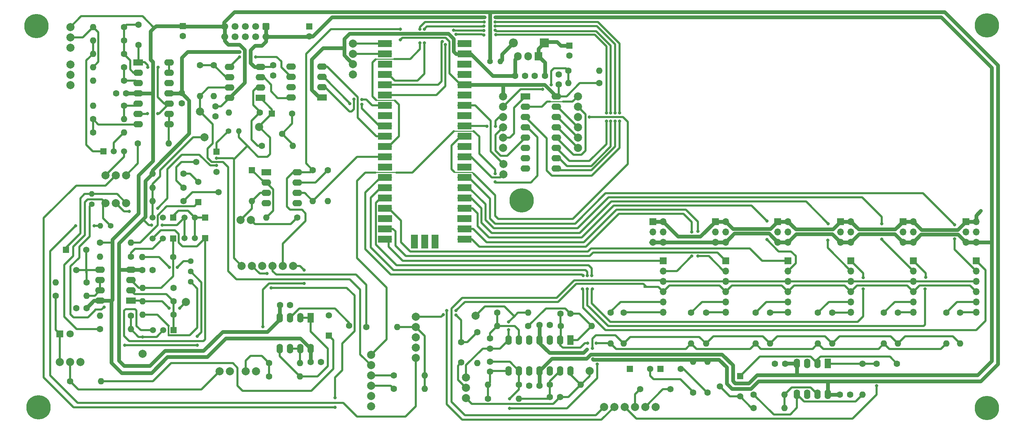
<source format=gtl>
G04 #@! TF.GenerationSoftware,KiCad,Pcbnew,7.0.2-0*
G04 #@! TF.CreationDate,2023-06-25T21:33:58+02:00*
G04 #@! TF.ProjectId,shmoergh-funk-live-control,73686d6f-6572-4676-982d-66756e6b2d6c,rev?*
G04 #@! TF.SameCoordinates,Original*
G04 #@! TF.FileFunction,Copper,L1,Top*
G04 #@! TF.FilePolarity,Positive*
%FSLAX46Y46*%
G04 Gerber Fmt 4.6, Leading zero omitted, Abs format (unit mm)*
G04 Created by KiCad (PCBNEW 7.0.2-0) date 2023-06-25 21:33:58*
%MOMM*%
%LPD*%
G01*
G04 APERTURE LIST*
G04 Aperture macros list*
%AMRoundRect*
0 Rectangle with rounded corners*
0 $1 Rounding radius*
0 $2 $3 $4 $5 $6 $7 $8 $9 X,Y pos of 4 corners*
0 Add a 4 corners polygon primitive as box body*
4,1,4,$2,$3,$4,$5,$6,$7,$8,$9,$2,$3,0*
0 Add four circle primitives for the rounded corners*
1,1,$1+$1,$2,$3*
1,1,$1+$1,$4,$5*
1,1,$1+$1,$6,$7*
1,1,$1+$1,$8,$9*
0 Add four rect primitives between the rounded corners*
20,1,$1+$1,$2,$3,$4,$5,0*
20,1,$1+$1,$4,$5,$6,$7,0*
20,1,$1+$1,$6,$7,$8,$9,0*
20,1,$1+$1,$8,$9,$2,$3,0*%
G04 Aperture macros list end*
G04 #@! TA.AperFunction,ComponentPad*
%ADD10O,1.700000X1.700000*%
G04 #@! TD*
G04 #@! TA.AperFunction,SMDPad,CuDef*
%ADD11R,3.500000X1.700000*%
G04 #@! TD*
G04 #@! TA.AperFunction,ComponentPad*
%ADD12R,1.700000X1.700000*%
G04 #@! TD*
G04 #@! TA.AperFunction,SMDPad,CuDef*
%ADD13R,1.700000X3.500000*%
G04 #@! TD*
G04 #@! TA.AperFunction,ComponentPad*
%ADD14C,2.000000*%
G04 #@! TD*
G04 #@! TA.AperFunction,ComponentPad*
%ADD15O,1.600000X1.600000*%
G04 #@! TD*
G04 #@! TA.AperFunction,ComponentPad*
%ADD16C,1.600000*%
G04 #@! TD*
G04 #@! TA.AperFunction,ComponentPad*
%ADD17R,1.600000X1.600000*%
G04 #@! TD*
G04 #@! TA.AperFunction,ComponentPad*
%ADD18R,1.560000X1.560000*%
G04 #@! TD*
G04 #@! TA.AperFunction,ComponentPad*
%ADD19C,1.560000*%
G04 #@! TD*
G04 #@! TA.AperFunction,ComponentPad*
%ADD20R,1.500000X1.500000*%
G04 #@! TD*
G04 #@! TA.AperFunction,ComponentPad*
%ADD21C,1.500000*%
G04 #@! TD*
G04 #@! TA.AperFunction,ComponentPad*
%ADD22R,1.800000X1.800000*%
G04 #@! TD*
G04 #@! TA.AperFunction,ComponentPad*
%ADD23C,1.800000*%
G04 #@! TD*
G04 #@! TA.AperFunction,ComponentPad*
%ADD24R,2.400000X1.600000*%
G04 #@! TD*
G04 #@! TA.AperFunction,ComponentPad*
%ADD25O,2.400000X1.600000*%
G04 #@! TD*
G04 #@! TA.AperFunction,ComponentPad*
%ADD26C,1.400000*%
G04 #@! TD*
G04 #@! TA.AperFunction,ComponentPad*
%ADD27O,1.400000X1.400000*%
G04 #@! TD*
G04 #@! TA.AperFunction,ComponentPad*
%ADD28C,6.000000*%
G04 #@! TD*
G04 #@! TA.AperFunction,ComponentPad*
%ADD29R,1.600000X2.400000*%
G04 #@! TD*
G04 #@! TA.AperFunction,ComponentPad*
%ADD30O,1.600000X2.400000*%
G04 #@! TD*
G04 #@! TA.AperFunction,ComponentPad*
%ADD31C,1.440000*%
G04 #@! TD*
G04 #@! TA.AperFunction,ComponentPad*
%ADD32R,2.200000X2.200000*%
G04 #@! TD*
G04 #@! TA.AperFunction,ComponentPad*
%ADD33O,2.200000X2.200000*%
G04 #@! TD*
G04 #@! TA.AperFunction,ComponentPad*
%ADD34R,1.905000X2.000000*%
G04 #@! TD*
G04 #@! TA.AperFunction,ComponentPad*
%ADD35O,1.905000X2.000000*%
G04 #@! TD*
G04 #@! TA.AperFunction,ComponentPad*
%ADD36RoundRect,0.250000X-0.600000X0.600000X-0.600000X-0.600000X0.600000X-0.600000X0.600000X0.600000X0*%
G04 #@! TD*
G04 #@! TA.AperFunction,ComponentPad*
%ADD37C,1.700000*%
G04 #@! TD*
G04 #@! TA.AperFunction,ViaPad*
%ADD38C,0.800000*%
G04 #@! TD*
G04 #@! TA.AperFunction,Conductor*
%ADD39C,0.508000*%
G04 #@! TD*
G04 #@! TA.AperFunction,Conductor*
%ADD40C,0.889000*%
G04 #@! TD*
G04 #@! TA.AperFunction,Conductor*
%ADD41C,0.254000*%
G04 #@! TD*
G04 #@! TA.AperFunction,Conductor*
%ADD42C,0.381000*%
G04 #@! TD*
G04 APERTURE END LIST*
D10*
X128397000Y-43561000D03*
D11*
X127497000Y-43561000D03*
D10*
X128397000Y-46101000D03*
D11*
X127497000Y-46101000D03*
D12*
X128397000Y-48641000D03*
D11*
X127497000Y-48641000D03*
D10*
X128397000Y-51181000D03*
D11*
X127497000Y-51181000D03*
D10*
X128397000Y-53721000D03*
D11*
X127497000Y-53721000D03*
D10*
X128397000Y-56261000D03*
D11*
X127497000Y-56261000D03*
D10*
X128397000Y-58801000D03*
D11*
X127497000Y-58801000D03*
D12*
X128397000Y-61341000D03*
D11*
X127497000Y-61341000D03*
D10*
X128397000Y-63881000D03*
D11*
X127497000Y-63881000D03*
D10*
X128397000Y-66421000D03*
D11*
X127497000Y-66421000D03*
D10*
X128397000Y-68961000D03*
D11*
X127497000Y-68961000D03*
D10*
X128397000Y-71501000D03*
D11*
X127497000Y-71501000D03*
D12*
X128397000Y-74041000D03*
D11*
X127497000Y-74041000D03*
D10*
X128397000Y-76581000D03*
D11*
X127497000Y-76581000D03*
D10*
X128397000Y-79121000D03*
D11*
X127497000Y-79121000D03*
D10*
X128397000Y-81661000D03*
D11*
X127497000Y-81661000D03*
D10*
X128397000Y-84201000D03*
D11*
X127497000Y-84201000D03*
D12*
X128397000Y-86741000D03*
D11*
X127497000Y-86741000D03*
D10*
X128397000Y-89281000D03*
D11*
X127497000Y-89281000D03*
D10*
X128397000Y-91821000D03*
D11*
X127497000Y-91821000D03*
D10*
X146177000Y-91821000D03*
D11*
X147077000Y-91821000D03*
D10*
X146177000Y-89281000D03*
D11*
X147077000Y-89281000D03*
D12*
X146177000Y-86741000D03*
D11*
X147077000Y-86741000D03*
D10*
X146177000Y-84201000D03*
D11*
X147077000Y-84201000D03*
D10*
X146177000Y-81661000D03*
D11*
X147077000Y-81661000D03*
D10*
X146177000Y-79121000D03*
D11*
X147077000Y-79121000D03*
D10*
X146177000Y-76581000D03*
D11*
X147077000Y-76581000D03*
D12*
X146177000Y-74041000D03*
D11*
X147077000Y-74041000D03*
D10*
X146177000Y-71501000D03*
D11*
X147077000Y-71501000D03*
D10*
X146177000Y-68961000D03*
D11*
X147077000Y-68961000D03*
D10*
X146177000Y-66421000D03*
D11*
X147077000Y-66421000D03*
D10*
X146177000Y-63881000D03*
D11*
X147077000Y-63881000D03*
D12*
X146177000Y-61341000D03*
D11*
X147077000Y-61341000D03*
D10*
X146177000Y-58801000D03*
D11*
X147077000Y-58801000D03*
D10*
X146177000Y-56261000D03*
D11*
X147077000Y-56261000D03*
D10*
X146177000Y-53721000D03*
D11*
X147077000Y-53721000D03*
D10*
X146177000Y-51181000D03*
D11*
X147077000Y-51181000D03*
D12*
X146177000Y-48641000D03*
D11*
X147077000Y-48641000D03*
D10*
X146177000Y-46101000D03*
D11*
X147077000Y-46101000D03*
D10*
X146177000Y-43561000D03*
D11*
X147077000Y-43561000D03*
D10*
X134747000Y-91591000D03*
D13*
X134747000Y-92491000D03*
D12*
X137287000Y-91591000D03*
D13*
X137287000Y-92491000D03*
D10*
X139827000Y-91591000D03*
D13*
X139827000Y-92491000D03*
D14*
X149860000Y-110744000D03*
D15*
X180340000Y-50292000D03*
D16*
X172720000Y-50292000D03*
X64897000Y-96139000D03*
D15*
X57277000Y-96139000D03*
D17*
X172974000Y-44069000D03*
D16*
X172974000Y-46569000D03*
D18*
X99648000Y-60833000D03*
D19*
X102148000Y-65833000D03*
X104648000Y-60833000D03*
D16*
X202951000Y-109982000D03*
D15*
X202951000Y-117602000D03*
D18*
X86026000Y-70271000D03*
D19*
X81026000Y-72771000D03*
X86026000Y-75271000D03*
D16*
X63172750Y-39497000D03*
D15*
X55552750Y-39497000D03*
D16*
X146304000Y-122261000D03*
X146304000Y-117261000D03*
X155194000Y-109982000D03*
D15*
X162814000Y-109982000D03*
D20*
X58092750Y-70210000D03*
D21*
X60632750Y-70210000D03*
X63172750Y-70210000D03*
D16*
X253873000Y-109982000D03*
D15*
X253873000Y-117602000D03*
D22*
X47366000Y-115189000D03*
D23*
X49906000Y-115189000D03*
D18*
X113711000Y-115657000D03*
D19*
X118711000Y-113157000D03*
X113711000Y-110657000D03*
D16*
X170815000Y-113284000D03*
D15*
X178435000Y-113284000D03*
D14*
X95758000Y-124460000D03*
X93218000Y-124460000D03*
D16*
X269207828Y-109982000D03*
D15*
X269207828Y-117602000D03*
D24*
X96789000Y-57013000D03*
D25*
X96789000Y-54473000D03*
X96789000Y-51933000D03*
X96789000Y-49393000D03*
X89169000Y-49393000D03*
X89169000Y-51933000D03*
X89169000Y-54473000D03*
X89169000Y-57013000D03*
D12*
X257683000Y-97155000D03*
D10*
X257683000Y-99695000D03*
X257683000Y-102235000D03*
X257683000Y-104775000D03*
X257683000Y-107315000D03*
X257683000Y-109855000D03*
D26*
X153416000Y-48006000D03*
D27*
X155956000Y-48006000D03*
D16*
X163068000Y-128016000D03*
X165568000Y-128016000D03*
X66601750Y-68199000D03*
D15*
X74221750Y-68199000D03*
D16*
X250444000Y-109982000D03*
D15*
X250444000Y-117602000D03*
D16*
X129667000Y-128778000D03*
D15*
X137287000Y-128778000D03*
D16*
X265778828Y-109982000D03*
D15*
X265778828Y-117602000D03*
D16*
X77851000Y-82423000D03*
D15*
X70231000Y-82423000D03*
D16*
X218353000Y-130175000D03*
D15*
X225973000Y-130175000D03*
D16*
X150241000Y-114808000D03*
D15*
X150241000Y-122428000D03*
D16*
X85725000Y-59075000D03*
X85725000Y-61575000D03*
X63172750Y-46101000D03*
D15*
X55552750Y-46101000D03*
D14*
X96520000Y-64135000D03*
X58674000Y-82931000D03*
X61214000Y-82931000D03*
X63754000Y-82931000D03*
D16*
X253619000Y-122555000D03*
X248619000Y-122555000D03*
D14*
X156651293Y-73279000D03*
X156651293Y-75819000D03*
D16*
X57277000Y-92710000D03*
D15*
X64897000Y-92710000D03*
D14*
X104902000Y-98425000D03*
X102362000Y-98425000D03*
X99822000Y-98425000D03*
X97282000Y-98425000D03*
X94742000Y-98425000D03*
X92202000Y-98425000D03*
D16*
X237744000Y-109982000D03*
D15*
X237744000Y-117602000D03*
D16*
X99949000Y-51435000D03*
X99949000Y-48935000D03*
D14*
X119634000Y-43561000D03*
X119634000Y-46101000D03*
X119634000Y-48641000D03*
X119634000Y-51181000D03*
D28*
X275844000Y-39116000D03*
D16*
X98933000Y-122428000D03*
D15*
X106553000Y-122428000D03*
D16*
X53975000Y-108839000D03*
X51475000Y-108839000D03*
D14*
X47371000Y-122174000D03*
X49911000Y-122174000D03*
X52451000Y-122174000D03*
D20*
X75311000Y-86487000D03*
D21*
X72771000Y-86487000D03*
X70231000Y-86487000D03*
D29*
X236651000Y-122540000D03*
D30*
X234111000Y-122540000D03*
X231571000Y-122540000D03*
X229031000Y-122540000D03*
X229031000Y-130160000D03*
X231571000Y-130160000D03*
X234111000Y-130160000D03*
X236651000Y-130160000D03*
D16*
X218353000Y-133477000D03*
D15*
X225973000Y-133477000D03*
D16*
X75438000Y-107188000D03*
D15*
X67818000Y-107188000D03*
D29*
X109210000Y-111237000D03*
D30*
X106670000Y-111237000D03*
X104130000Y-111237000D03*
X101590000Y-111237000D03*
X101590000Y-118857000D03*
X104130000Y-118857000D03*
X106670000Y-118857000D03*
X109210000Y-118857000D03*
D26*
X88950000Y-65151000D03*
D27*
X91490000Y-65151000D03*
D16*
X98933000Y-125730000D03*
D15*
X106553000Y-125730000D03*
D16*
X159532293Y-51562000D03*
X162032293Y-51562000D03*
D12*
X242316000Y-97155000D03*
D10*
X242316000Y-99695000D03*
X242316000Y-102235000D03*
X242316000Y-104775000D03*
X242316000Y-107315000D03*
X242316000Y-109855000D03*
D12*
X239776000Y-87503000D03*
D10*
X242316000Y-87503000D03*
X239776000Y-90043000D03*
X242316000Y-90043000D03*
X239776000Y-92583000D03*
X242316000Y-92583000D03*
D20*
X75438000Y-114321000D03*
D21*
X72898000Y-114321000D03*
X70358000Y-114321000D03*
D15*
X172720000Y-53340000D03*
D16*
X180340000Y-53340000D03*
X153416000Y-116352000D03*
X153416000Y-118852000D03*
D20*
X83185000Y-86508000D03*
D21*
X80645000Y-86508000D03*
X78105000Y-86508000D03*
D16*
X206634000Y-109982000D03*
D15*
X206634000Y-117602000D03*
D29*
X173228000Y-116713000D03*
D30*
X170688000Y-116713000D03*
X168148000Y-116713000D03*
X165608000Y-116713000D03*
X163068000Y-116713000D03*
X160528000Y-116713000D03*
X157988000Y-116713000D03*
X157988000Y-124333000D03*
X160528000Y-124333000D03*
X163068000Y-124333000D03*
X165608000Y-124333000D03*
X168148000Y-124333000D03*
X170688000Y-124333000D03*
X173228000Y-124333000D03*
D16*
X109728000Y-74803000D03*
D15*
X109728000Y-82423000D03*
D16*
X53975000Y-102489000D03*
D15*
X46355000Y-102489000D03*
D16*
X168148000Y-127762000D03*
D15*
X175768000Y-127762000D03*
D17*
X77724000Y-39243000D03*
D16*
X77724000Y-41743000D03*
D14*
X135128000Y-110998000D03*
X135128000Y-113538000D03*
X135128000Y-116078000D03*
X135128000Y-118618000D03*
X135128000Y-121158000D03*
D16*
X160528000Y-127762000D03*
D15*
X152908000Y-127762000D03*
D16*
X63172750Y-52705000D03*
D15*
X55552750Y-52705000D03*
D18*
X215005000Y-125643000D03*
D19*
X210005000Y-128143000D03*
X215005000Y-130643000D03*
D14*
X156627293Y-56604000D03*
X156627293Y-59144000D03*
X156627293Y-61684000D03*
X156627293Y-64224000D03*
X156627293Y-66764000D03*
X156627293Y-69304000D03*
D16*
X57277000Y-114046000D03*
D15*
X64897000Y-114046000D03*
D16*
X105918000Y-86487000D03*
D15*
X98298000Y-86487000D03*
D16*
X239602000Y-130175000D03*
X242102000Y-130175000D03*
D31*
X79629000Y-102362000D03*
X79629000Y-99822000D03*
X79629000Y-97282000D03*
D24*
X64912000Y-107051000D03*
D25*
X64912000Y-104511000D03*
X64912000Y-101971000D03*
X64912000Y-99431000D03*
X57292000Y-99431000D03*
X57292000Y-101971000D03*
X57292000Y-104511000D03*
X57292000Y-107051000D03*
D26*
X59944000Y-88519000D03*
D27*
X57404000Y-88519000D03*
D16*
X70211000Y-99441000D03*
X67711000Y-99441000D03*
D12*
X208915000Y-87503000D03*
D10*
X211455000Y-87503000D03*
X208915000Y-90043000D03*
X211455000Y-90043000D03*
X208915000Y-92583000D03*
X211455000Y-92583000D03*
D16*
X218821000Y-109982000D03*
D15*
X218821000Y-117602000D03*
D12*
X224282000Y-87503000D03*
D10*
X226822000Y-87503000D03*
X224282000Y-90043000D03*
X226822000Y-90043000D03*
X224282000Y-92583000D03*
X226822000Y-92583000D03*
D16*
X55552750Y-65532000D03*
D15*
X63172750Y-65532000D03*
D16*
X109220000Y-122174000D03*
X111720000Y-122174000D03*
D12*
X196024500Y-97155000D03*
D10*
X196024500Y-99695000D03*
X196024500Y-102235000D03*
X196024500Y-104775000D03*
X196024500Y-107315000D03*
X196024500Y-109855000D03*
D16*
X75311000Y-96266000D03*
D15*
X67691000Y-96266000D03*
D16*
X122936000Y-113538000D03*
D15*
X130556000Y-113538000D03*
D12*
X193484500Y-87503000D03*
D10*
X196024500Y-87503000D03*
X193484500Y-90043000D03*
X196024500Y-90043000D03*
X193484500Y-92583000D03*
X196024500Y-92583000D03*
D16*
X203454000Y-129667000D03*
D15*
X203454000Y-122047000D03*
D14*
X63680750Y-76073000D03*
X61140750Y-76073000D03*
X58600750Y-76073000D03*
D16*
X63172750Y-58928000D03*
D15*
X55552750Y-58928000D03*
D12*
X226786528Y-97155000D03*
D10*
X226786528Y-99695000D03*
X226786528Y-102235000D03*
X226786528Y-104775000D03*
X226786528Y-107315000D03*
X226786528Y-109855000D03*
D26*
X55245000Y-83262000D03*
D27*
X55245000Y-80722000D03*
D16*
X77851000Y-75692000D03*
D15*
X70231000Y-75692000D03*
D16*
X183134000Y-109982000D03*
D15*
X183134000Y-117602000D03*
D14*
X81915000Y-60325000D03*
D16*
X77851000Y-79121000D03*
D15*
X70231000Y-79121000D03*
D16*
X168148000Y-130810000D03*
X170648000Y-130810000D03*
X129667000Y-125476000D03*
D15*
X137287000Y-125476000D03*
D16*
X97155000Y-68834000D03*
D15*
X104775000Y-68834000D03*
D16*
X104120000Y-108077000D03*
X101620000Y-108077000D03*
X81915000Y-48895000D03*
D15*
X81915000Y-56515000D03*
D16*
X166898293Y-51562000D03*
X164398293Y-51562000D03*
X165608000Y-113030000D03*
X168108000Y-113030000D03*
X77396750Y-58293000D03*
X77396750Y-55793000D03*
D28*
X41656000Y-39243000D03*
D16*
X222377000Y-109982000D03*
D15*
X222377000Y-117602000D03*
D24*
X98283000Y-75321000D03*
D25*
X98283000Y-77861000D03*
X98283000Y-80401000D03*
X98283000Y-82941000D03*
X105903000Y-82941000D03*
X105903000Y-80401000D03*
X105903000Y-77861000D03*
X105903000Y-75321000D03*
D16*
X170708000Y-110236000D03*
X173208000Y-110236000D03*
D12*
X211455000Y-97155000D03*
D10*
X211455000Y-99695000D03*
X211455000Y-102235000D03*
X211455000Y-104775000D03*
X211455000Y-107315000D03*
X211455000Y-109855000D03*
D16*
X85344000Y-48895000D03*
D15*
X85344000Y-56515000D03*
D24*
X162088293Y-56604000D03*
D25*
X162088293Y-59144000D03*
X162088293Y-61684000D03*
X162088293Y-64224000D03*
X162088293Y-66764000D03*
X162088293Y-69304000D03*
X162088293Y-71844000D03*
X162088293Y-74384000D03*
X169708293Y-74384000D03*
X169708293Y-71844000D03*
X169708293Y-69304000D03*
X169708293Y-66764000D03*
X169708293Y-64224000D03*
X169708293Y-61684000D03*
X169708293Y-59144000D03*
X169708293Y-56604000D03*
D16*
X170327293Y-53701000D03*
X170327293Y-51201000D03*
X46355000Y-105791000D03*
D15*
X53975000Y-105791000D03*
D14*
X175042293Y-69304000D03*
X175042293Y-66764000D03*
X175042293Y-64224000D03*
X175042293Y-61684000D03*
X175042293Y-59144000D03*
X175042293Y-56604000D03*
D18*
X187873000Y-123871000D03*
D19*
X190373000Y-128871000D03*
X192873000Y-123871000D03*
D32*
X166751000Y-43434000D03*
D33*
X159131000Y-43434000D03*
D16*
X63172750Y-42799000D03*
D15*
X55552750Y-42799000D03*
D14*
X50038000Y-48768000D03*
X50038000Y-51308000D03*
X50038000Y-53848000D03*
D16*
X96647000Y-60579000D03*
D15*
X89027000Y-60579000D03*
D14*
X181483000Y-133223000D03*
X184023000Y-133223000D03*
X186563000Y-133223000D03*
X189103000Y-133223000D03*
X191643000Y-133223000D03*
X194183000Y-133223000D03*
D16*
X66728750Y-43902000D03*
X66728750Y-38902000D03*
X75438000Y-110490000D03*
D15*
X67818000Y-110490000D03*
D16*
X207010000Y-129667000D03*
D15*
X207010000Y-122047000D03*
D34*
X165354000Y-46736000D03*
D35*
X162814000Y-46736000D03*
X160274000Y-46736000D03*
D14*
X78486000Y-107315000D03*
D16*
X55552750Y-62230000D03*
D15*
X63172750Y-62230000D03*
D17*
X94742000Y-74803000D03*
D15*
X94742000Y-82423000D03*
D16*
X245150000Y-122555000D03*
D15*
X245150000Y-130175000D03*
D16*
X162814000Y-113284000D03*
D15*
X155194000Y-113284000D03*
D28*
X42164000Y-133350000D03*
D16*
X49911000Y-126873000D03*
D15*
X57531000Y-126873000D03*
D24*
X66675000Y-48233250D03*
D25*
X66675000Y-50773250D03*
X66675000Y-53313250D03*
X66675000Y-55853250D03*
X66675000Y-58393250D03*
X66675000Y-60933250D03*
X66675000Y-63473250D03*
X74295000Y-63473250D03*
X74295000Y-60933250D03*
X74295000Y-58393250D03*
X74295000Y-55853250D03*
X74295000Y-53313250D03*
X74295000Y-50773250D03*
X74295000Y-48233250D03*
D16*
X186309000Y-109982000D03*
D15*
X186309000Y-117602000D03*
D12*
X273144828Y-97155000D03*
D10*
X273144828Y-99695000D03*
X273144828Y-102235000D03*
X273144828Y-104775000D03*
X273144828Y-107315000D03*
X273144828Y-109855000D03*
D18*
X81534000Y-82724000D03*
D19*
X86534000Y-80224000D03*
X81534000Y-77724000D03*
D12*
X255143000Y-87503000D03*
D10*
X257683000Y-87503000D03*
X255143000Y-90043000D03*
X257683000Y-90043000D03*
X255143000Y-92583000D03*
X257683000Y-92583000D03*
D16*
X234188000Y-109982000D03*
D15*
X234188000Y-117602000D03*
D16*
X152908000Y-131191000D03*
D15*
X160528000Y-131191000D03*
D16*
X75438000Y-103886000D03*
D15*
X67818000Y-103886000D03*
D14*
X89281000Y-124460000D03*
X86741000Y-124460000D03*
X147447000Y-125984000D03*
X147447000Y-128524000D03*
X147447000Y-131064000D03*
D24*
X112014000Y-56896000D03*
D25*
X112014000Y-54356000D03*
X112014000Y-51816000D03*
X112014000Y-49276000D03*
X104394000Y-49276000D03*
X104394000Y-51816000D03*
X104394000Y-54356000D03*
X104394000Y-56896000D03*
D14*
X67818000Y-120142000D03*
D17*
X108839000Y-39330621D03*
D16*
X108839000Y-41830621D03*
D14*
X49964750Y-39497000D03*
X49964750Y-42037000D03*
X49964750Y-44577000D03*
D16*
X153416000Y-122067000D03*
X153416000Y-124567000D03*
D18*
X48935000Y-94441000D03*
D19*
X51435000Y-99441000D03*
X53935000Y-94441000D03*
D20*
X75311000Y-91715000D03*
D21*
X72771000Y-91715000D03*
X70231000Y-91715000D03*
D12*
X270604828Y-87503000D03*
D10*
X273144828Y-87503000D03*
X270604828Y-90043000D03*
X273144828Y-90043000D03*
X270604828Y-92583000D03*
X273144828Y-92583000D03*
D14*
X124079000Y-120396000D03*
X124079000Y-122936000D03*
X124079000Y-125476000D03*
X124079000Y-128016000D03*
X124079000Y-130556000D03*
X124079000Y-133096000D03*
X177927000Y-124333000D03*
D16*
X63754000Y-55833250D03*
X61254000Y-55833250D03*
X113411000Y-74803000D03*
D15*
X113411000Y-82423000D03*
D36*
X98171000Y-39370000D03*
D37*
X98171000Y-41910000D03*
X95631000Y-39370000D03*
X95631000Y-41910000D03*
X93091000Y-39370000D03*
X93091000Y-41910000D03*
X90551000Y-39370000D03*
X90551000Y-41910000D03*
X88011000Y-39370000D03*
X88011000Y-41910000D03*
D16*
X64897000Y-110744000D03*
D15*
X57277000Y-110744000D03*
D16*
X63172750Y-49403000D03*
D15*
X55552750Y-49403000D03*
D20*
X83185000Y-91588000D03*
D21*
X80645000Y-91588000D03*
X78105000Y-91588000D03*
D14*
X83058000Y-66675000D03*
D28*
X161163000Y-82296000D03*
D18*
X195366000Y-123871000D03*
D19*
X197866000Y-128871000D03*
X200366000Y-123871000D03*
D28*
X275844000Y-133477000D03*
D16*
X223600000Y-122555000D03*
X226100000Y-122555000D03*
D14*
X94488000Y-87122000D03*
X91948000Y-87122000D03*
D38*
X182081565Y-60658581D03*
X182080497Y-62738000D03*
X183134000Y-60706000D03*
X183134000Y-62738000D03*
X184239497Y-62738000D03*
X184239497Y-60706000D03*
X185293000Y-62738000D03*
X185293000Y-60706000D03*
X142349116Y-43810515D03*
X145034000Y-41293500D03*
X154790911Y-41417467D03*
X151899834Y-41473685D03*
X151892013Y-40420212D03*
X144399000Y-40277500D03*
X141598300Y-43071500D03*
X154686056Y-40334003D03*
X151879194Y-39276228D03*
X137197503Y-43434000D03*
X154685926Y-39280501D03*
X137197503Y-40005000D03*
X154688010Y-38227000D03*
X151974000Y-38227000D03*
X136144000Y-40005000D03*
X136144000Y-43434000D03*
X176327994Y-100838000D03*
X176147079Y-104158500D03*
X177381497Y-100838000D03*
X177381672Y-104158500D03*
X178587400Y-104158500D03*
X178435000Y-100838000D03*
X154686000Y-37084000D03*
X152019000Y-37084000D03*
X177838793Y-61722000D03*
X119824500Y-57340500D03*
X178689000Y-121412000D03*
X107569000Y-102743000D03*
X63373000Y-117983000D03*
X274320000Y-84836000D03*
X97409000Y-113411000D03*
X278511000Y-84836000D03*
X81280000Y-117983000D03*
X177292000Y-118999000D03*
X107569000Y-99441000D03*
X60071000Y-117983000D03*
X81280000Y-115824000D03*
X97409000Y-116332000D03*
X72644000Y-88392000D03*
X69977000Y-88392000D03*
X91694000Y-45593000D03*
X94361000Y-45593000D03*
X131318000Y-42672000D03*
X131318000Y-40050000D03*
X179547404Y-117475000D03*
X177419000Y-117475000D03*
X179832000Y-122637000D03*
X158242000Y-131191000D03*
X178639904Y-118794096D03*
X158242000Y-133604000D03*
X157988000Y-112268000D03*
X157988000Y-114191500D03*
X145034000Y-110527503D03*
X141840500Y-110490000D03*
X69088000Y-49403000D03*
X71628000Y-49403000D03*
X68961000Y-60833000D03*
X71501000Y-60833000D03*
X248619000Y-128016000D03*
X71501000Y-84201000D03*
X85979000Y-71863500D03*
X85979000Y-73678500D03*
X64516000Y-84963000D03*
X55880000Y-88519000D03*
X51308000Y-88519000D03*
X74295000Y-108839000D03*
X76962000Y-108839000D03*
X58293000Y-108585000D03*
X115189000Y-133350000D03*
X115189000Y-130937000D03*
X99441000Y-103886000D03*
X98425000Y-100330000D03*
X154686000Y-77724000D03*
X154686000Y-75673500D03*
X166339389Y-54819000D03*
X168422293Y-53721000D03*
X152655793Y-64008000D03*
X154706293Y-64008000D03*
X260604000Y-104158500D03*
X260731000Y-101219000D03*
X249936000Y-91821000D03*
X249936000Y-88011000D03*
X142748000Y-109474000D03*
X145034000Y-109474000D03*
X267810828Y-88265000D03*
X267810828Y-91776000D03*
X245364000Y-104158500D03*
X245364000Y-101327500D03*
X236601000Y-92075000D03*
X236728000Y-88011000D03*
X221615000Y-87376000D03*
X221615000Y-91948000D03*
X204602000Y-96030500D03*
X204602000Y-89916000D03*
X203078000Y-90043000D03*
X203073000Y-96030500D03*
X67818000Y-115951000D03*
X74403500Y-98806000D03*
X76327000Y-98806000D03*
X121793000Y-57404000D03*
X118872000Y-58420000D03*
X121793000Y-58547000D03*
X91694000Y-46863000D03*
X95631000Y-46863000D03*
D39*
X129755000Y-47410000D02*
X129794000Y-47371000D01*
X129794000Y-47371000D02*
X133731000Y-47371000D01*
X133731000Y-47371000D02*
X136144000Y-44958000D01*
X136144000Y-44958000D02*
X136144000Y-43434000D01*
X137832503Y-39370000D02*
X137197503Y-40005000D01*
X151785422Y-39370000D02*
X137832503Y-39370000D01*
X151879194Y-39276228D02*
X151785422Y-39370000D01*
D40*
X166751000Y-43434000D02*
X167005000Y-43180000D01*
X169926000Y-43180000D02*
X170815000Y-44069000D01*
X167005000Y-43180000D02*
X169926000Y-43180000D01*
X170815000Y-44069000D02*
X172974000Y-44069000D01*
X166751000Y-43434000D02*
X165354000Y-44831000D01*
X165354000Y-44831000D02*
X165354000Y-46736000D01*
X155956000Y-48006000D02*
X156337000Y-47625000D01*
X156337000Y-47625000D02*
X156337000Y-46228000D01*
X156337000Y-46228000D02*
X159131000Y-43434000D01*
D39*
X176147079Y-104158500D02*
X176328357Y-104339778D01*
X176328357Y-108764357D02*
X181864000Y-114300000D01*
X176328357Y-104339778D02*
X176328357Y-108764357D01*
X181864000Y-114300000D02*
X273209172Y-114300000D01*
X273209172Y-114300000D02*
X275463000Y-112046172D01*
X275463000Y-112046172D02*
X275463000Y-99473172D01*
X275463000Y-99473172D02*
X273144828Y-97155000D01*
X178587400Y-104158500D02*
X178435000Y-104310900D01*
X178435000Y-104310900D02*
X178435000Y-107696000D01*
X178435000Y-107696000D02*
X183007000Y-112268000D01*
X183007000Y-112268000D02*
X243967000Y-112268000D01*
X243967000Y-112268000D02*
X245364000Y-110871000D01*
X245364000Y-110871000D02*
X245364000Y-104158500D01*
X260604000Y-112903000D02*
X260604000Y-104158500D01*
X260223000Y-113284000D02*
X260604000Y-112903000D01*
X177927000Y-108712000D02*
X177381672Y-108166672D01*
X182499000Y-113284000D02*
X260223000Y-113284000D01*
X177381672Y-108166672D02*
X177381672Y-104158500D01*
X177927000Y-108712000D02*
X182499000Y-113284000D01*
X191897000Y-103632000D02*
X191135000Y-102870000D01*
X191135000Y-102870000D02*
X174625000Y-102870000D01*
X174625000Y-102870000D02*
X170180000Y-107315000D01*
X170180000Y-107315000D02*
X147193000Y-107315000D01*
X147193000Y-107315000D02*
X145034000Y-109474000D01*
X181483000Y-133223000D02*
X179451000Y-135255000D01*
X195770500Y-101981000D02*
X196024500Y-102235000D01*
X179451000Y-135255000D02*
X147193000Y-135255000D01*
X147193000Y-135255000D02*
X143891000Y-131953000D01*
X143891000Y-131953000D02*
X143891000Y-108966000D01*
X143891000Y-108966000D02*
X146558000Y-106299000D01*
X146558000Y-106299000D02*
X169799000Y-106299000D01*
X169799000Y-106299000D02*
X174117000Y-101981000D01*
X174117000Y-101981000D02*
X195770500Y-101981000D01*
X176327994Y-100838000D02*
X176073994Y-100584000D01*
X176073994Y-100584000D02*
X128925293Y-100584000D01*
X128925293Y-100584000D02*
X122682000Y-94340707D01*
X122682000Y-94340707D02*
X122682000Y-80320000D01*
X122682000Y-80320000D02*
X126421000Y-76581000D01*
X126421000Y-76581000D02*
X128397000Y-76581000D01*
X129560292Y-99441000D02*
X123972293Y-93853000D01*
X177381497Y-100838000D02*
X177381497Y-99911497D01*
X177381497Y-99911497D02*
X176911000Y-99441000D01*
X176911000Y-99441000D02*
X129560292Y-99441000D01*
X123972293Y-93853000D02*
X123972293Y-81569707D01*
X123972293Y-81569707D02*
X126421000Y-79121000D01*
X126421000Y-79121000D02*
X128397000Y-79121000D01*
X178435000Y-100838000D02*
X178435000Y-99060000D01*
X126421000Y-81661000D02*
X128397000Y-81661000D01*
X178435000Y-99060000D02*
X177673000Y-98298000D01*
X177673000Y-98298000D02*
X130358000Y-98298000D01*
X130358000Y-98298000D02*
X125239000Y-93179000D01*
X125239000Y-93179000D02*
X125239000Y-82843000D01*
X125239000Y-82843000D02*
X126421000Y-81661000D01*
D40*
X154686000Y-37084000D02*
X264541000Y-37084000D01*
X264541000Y-37084000D02*
X276987000Y-49530000D01*
X276987000Y-49530000D02*
X276987000Y-92583000D01*
X90424000Y-35814000D02*
X153416000Y-35814000D01*
X153416000Y-35814000D02*
X265430000Y-35814000D01*
X153416000Y-48006000D02*
X153416000Y-35814000D01*
D39*
X131318000Y-42672000D02*
X131826000Y-42164000D01*
X131826000Y-42164000D02*
X142494000Y-42164000D01*
X142494000Y-42164000D02*
X143383000Y-43053000D01*
X143383000Y-43053000D02*
X143383000Y-50927000D01*
X143383000Y-50927000D02*
X146177000Y-53721000D01*
X144399000Y-40277500D02*
X144507500Y-40386000D01*
X144507500Y-40386000D02*
X151857801Y-40386000D01*
X151857801Y-40386000D02*
X151892013Y-40420212D01*
D40*
X117475000Y-44704000D02*
X117475000Y-42418000D01*
X117475000Y-42418000D02*
X118745000Y-41148000D01*
X118745000Y-41148000D02*
X143129000Y-41148000D01*
X143129000Y-41148000D02*
X144399000Y-42418000D01*
X144399000Y-42418000D02*
X144399000Y-45525081D01*
X144399000Y-45525081D02*
X144974919Y-46101000D01*
X144974919Y-46101000D02*
X146177000Y-46101000D01*
D39*
X145034000Y-41293500D02*
X145052500Y-41275000D01*
X145052500Y-41275000D02*
X151462695Y-41275000D01*
X151462695Y-41275000D02*
X151661380Y-41473685D01*
X151661380Y-41473685D02*
X151899834Y-41473685D01*
X154790911Y-41417467D02*
X154806378Y-41402000D01*
X154806378Y-41402000D02*
X179197000Y-41402000D01*
X179197000Y-41402000D02*
X182081565Y-44286565D01*
X182081565Y-44286565D02*
X182081565Y-60658581D01*
X154686056Y-40334003D02*
X154865053Y-40513000D01*
X154865053Y-40513000D02*
X179513996Y-40513000D01*
X179513996Y-40513000D02*
X183134000Y-44133004D01*
X183134000Y-44133004D02*
X183134000Y-60706000D01*
X136144000Y-39497000D02*
X136144000Y-40005000D01*
X151974000Y-38227000D02*
X137414000Y-38227000D01*
X137414000Y-38227000D02*
X136144000Y-39497000D01*
X154685926Y-39280501D02*
X154723427Y-39243000D01*
X154723427Y-39243000D02*
X179705000Y-39243000D01*
X179705000Y-39243000D02*
X184239497Y-43777497D01*
X184239497Y-43777497D02*
X184239497Y-60706000D01*
X154688010Y-38227000D02*
X179959000Y-38227000D01*
X179959000Y-38227000D02*
X185293000Y-43561000D01*
X185293000Y-43561000D02*
X185293000Y-60706000D01*
D40*
X152019000Y-37084000D02*
X114427000Y-37084000D01*
X114427000Y-37084000D02*
X109680379Y-41830621D01*
X109680379Y-41830621D02*
X108839000Y-41830621D01*
X88011000Y-39370000D02*
X87884000Y-39243000D01*
X87884000Y-39243000D02*
X87884000Y-38354000D01*
X87884000Y-38354000D02*
X90424000Y-35814000D01*
X265430000Y-35814000D02*
X278511000Y-48895000D01*
X278511000Y-48895000D02*
X278511000Y-84836000D01*
D39*
X182080497Y-62738000D02*
X182080497Y-68363503D01*
X182080497Y-68363503D02*
X177874293Y-72569707D01*
X172974000Y-72569707D02*
X169708293Y-69304000D01*
X177874293Y-72569707D02*
X172974000Y-72569707D01*
X183134000Y-62738000D02*
X183134000Y-69026370D01*
X183134000Y-69026370D02*
X178373370Y-73787000D01*
X178373370Y-73787000D02*
X172339000Y-73787000D01*
X172339000Y-73787000D02*
X170396000Y-71844000D01*
X170396000Y-71844000D02*
X169708293Y-71844000D01*
X184239497Y-62738000D02*
X184239497Y-68998503D01*
X184239497Y-68998503D02*
X178382291Y-74855709D01*
X178382291Y-74855709D02*
X170180002Y-74855709D01*
X170180002Y-74855709D02*
X169708293Y-74384000D01*
X178435000Y-76200000D02*
X168656000Y-76200000D01*
X185293000Y-69342000D02*
X178435000Y-76200000D01*
X168656000Y-76200000D02*
X167386000Y-74930000D01*
X185293000Y-62738000D02*
X185293000Y-69342000D01*
X167386000Y-66981707D02*
X162088293Y-61684000D01*
X167386000Y-74930000D02*
X167386000Y-66981707D01*
X177838793Y-61722000D02*
X186182000Y-61722000D01*
X141598300Y-43071500D02*
X141441116Y-43228684D01*
X141441116Y-43228684D02*
X141441116Y-52868884D01*
X141441116Y-52868884D02*
X140589000Y-53721000D01*
X140589000Y-53721000D02*
X128397000Y-53721000D01*
X154686000Y-86106000D02*
X154686000Y-81026000D01*
X187325000Y-62865000D02*
X187325000Y-73342500D01*
X186182000Y-61722000D02*
X187325000Y-62865000D01*
X187325000Y-73342500D02*
X173799500Y-86868000D01*
X173799500Y-86868000D02*
X155448000Y-86868000D01*
X155448000Y-86868000D02*
X154686000Y-86106000D01*
X154686000Y-81026000D02*
X149352000Y-75692000D01*
X137197503Y-43434000D02*
X137197503Y-51016497D01*
X137197503Y-51016497D02*
X135509000Y-52705000D01*
X129921000Y-52705000D02*
X128397000Y-51181000D01*
X135509000Y-52705000D02*
X129921000Y-52705000D01*
X142349116Y-43810515D02*
X142367000Y-43828399D01*
X142367000Y-54102000D02*
X140208000Y-56261000D01*
X142367000Y-43828399D02*
X142367000Y-54102000D01*
X140208000Y-56261000D02*
X128397000Y-56261000D01*
D41*
X125239000Y-47498000D02*
X125327000Y-47410000D01*
X125327000Y-47410000D02*
X129755000Y-47410000D01*
D39*
X125222000Y-47498000D02*
X125239000Y-47498000D01*
X124460000Y-48260000D02*
X125222000Y-47498000D01*
X125349000Y-57531000D02*
X124460000Y-56642000D01*
X124460000Y-56642000D02*
X124460000Y-48260000D01*
D41*
X129794000Y-57531000D02*
X125349000Y-57531000D01*
X129921000Y-57658000D02*
X129794000Y-57531000D01*
D39*
X130937000Y-58674000D02*
X129921000Y-57658000D01*
X130937000Y-59436000D02*
X130937000Y-58674000D01*
X128397000Y-68961000D02*
X130937000Y-66421000D01*
X130937000Y-66421000D02*
X130937000Y-59436000D01*
X121793000Y-57404000D02*
X122936000Y-57404000D01*
X122936000Y-57404000D02*
X124333000Y-58801000D01*
X124333000Y-58801000D02*
X128397000Y-58801000D01*
X131318000Y-40050000D02*
X131273000Y-40005000D01*
X131273000Y-40005000D02*
X114173000Y-40005000D01*
X114173000Y-40005000D02*
X108077000Y-46101000D01*
X108077000Y-46101000D02*
X108077000Y-73152000D01*
X108077000Y-73152000D02*
X109728000Y-74803000D01*
X154686000Y-75673500D02*
X154686000Y-74676000D01*
X150749000Y-70739000D02*
X150749000Y-66548000D01*
X154686000Y-74676000D02*
X150749000Y-70739000D01*
X150749000Y-66548000D02*
X149352000Y-65151000D01*
X134239000Y-75438000D02*
X130302000Y-75438000D01*
X144526000Y-65151000D02*
X134239000Y-75438000D01*
D41*
X130302000Y-75438000D02*
X130214000Y-75350000D01*
X130214000Y-75350000D02*
X125310000Y-75350000D01*
X125310000Y-75350000D02*
X125222000Y-75438000D01*
D39*
X124079000Y-120396000D02*
X127889000Y-116586000D01*
X120650000Y-96520000D02*
X120650000Y-77470000D01*
X120650000Y-77470000D02*
X122682000Y-75438000D01*
X127889000Y-116586000D02*
X127889000Y-103759000D01*
X122682000Y-75438000D02*
X125222000Y-75438000D01*
X127889000Y-103759000D02*
X120650000Y-96520000D01*
D40*
X166898293Y-51562000D02*
X166898293Y-48280293D01*
X166898293Y-48280293D02*
X165354000Y-46736000D01*
X159532293Y-51562000D02*
X159532293Y-47477707D01*
X159532293Y-47477707D02*
X160274000Y-46736000D01*
D39*
X119824500Y-57340500D02*
X119824500Y-59753500D01*
X118745000Y-60325000D02*
X112776000Y-54356000D01*
X119824500Y-59753500D02*
X119253000Y-60325000D01*
X119253000Y-60325000D02*
X118745000Y-60325000D01*
X112776000Y-54356000D02*
X112014000Y-54356000D01*
X128397000Y-66421000D02*
X125349000Y-66421000D01*
X125349000Y-66421000D02*
X120777000Y-61849000D01*
X120777000Y-61849000D02*
X120777000Y-56769000D01*
X120777000Y-56769000D02*
X113284000Y-49276000D01*
X113284000Y-49276000D02*
X112014000Y-49276000D01*
X118872000Y-58420000D02*
X118872000Y-58293000D01*
X118872000Y-58293000D02*
X112395000Y-51816000D01*
X112395000Y-51816000D02*
X112014000Y-51816000D01*
X121793000Y-58547000D02*
X121793000Y-59563000D01*
X121793000Y-59563000D02*
X126111000Y-63881000D01*
X126111000Y-63881000D02*
X128397000Y-63881000D01*
X109728000Y-82423000D02*
X120650000Y-71501000D01*
X120650000Y-71501000D02*
X122555000Y-71501000D01*
X168422293Y-53721000D02*
X168422293Y-50398707D01*
X168422293Y-50398707D02*
X169164000Y-49657000D01*
X169164000Y-49657000D02*
X172085000Y-49657000D01*
X172085000Y-49657000D02*
X172720000Y-50292000D01*
X169708293Y-56604000D02*
X172250000Y-56604000D01*
X172250000Y-56604000D02*
X175514000Y-53340000D01*
X175514000Y-53340000D02*
X180340000Y-53340000D01*
D40*
X159532293Y-51562000D02*
X154062000Y-51562000D01*
X154062000Y-51562000D02*
X148601000Y-46101000D01*
X148601000Y-46101000D02*
X146177000Y-46101000D01*
X165608000Y-116713000D02*
X165608000Y-113030000D01*
X255143000Y-87503000D02*
X253238000Y-89408000D01*
X207010000Y-121539000D02*
X209804000Y-121539000D01*
X60071000Y-107061000D02*
X60061000Y-107051000D01*
X211709000Y-127508000D02*
X212979000Y-128778000D01*
X209804000Y-121539000D02*
X211709000Y-123444000D01*
X70284750Y-55753000D02*
X70284750Y-72590250D01*
X213233000Y-89281000D02*
X211455000Y-87503000D01*
X91694000Y-43815000D02*
X92964000Y-45085000D01*
X273144828Y-87503000D02*
X270604828Y-87503000D01*
X228727000Y-89408000D02*
X226822000Y-87503000D01*
X208915000Y-87503000D02*
X205232000Y-91186000D01*
X88011000Y-42926000D02*
X88900000Y-43815000D01*
X253238000Y-89408000D02*
X244221000Y-89408000D01*
D39*
X98933000Y-102743000D02*
X97409000Y-104267000D01*
D40*
X109210000Y-118857000D02*
X106685000Y-116332000D01*
X88011000Y-39370000D02*
X77851000Y-39370000D01*
X278511000Y-122682000D02*
X274320000Y-126873000D01*
X239776000Y-87503000D02*
X237871000Y-89408000D01*
X199707500Y-91186000D02*
X196024500Y-87503000D01*
X60325000Y-91948000D02*
X60325000Y-92710000D01*
X77851000Y-39370000D02*
X77724000Y-39243000D01*
X203454000Y-121539000D02*
X207010000Y-121539000D01*
X92964000Y-45085000D02*
X92964000Y-53218000D01*
X274320000Y-126873000D02*
X236728000Y-126873000D01*
X212979000Y-128778000D02*
X217630800Y-128778000D01*
X70602250Y-39687500D02*
X69723000Y-40566750D01*
X66802000Y-85471000D02*
X60325000Y-91948000D01*
D39*
X52631750Y-36830000D02*
X67744750Y-36830000D01*
D40*
X69977000Y-124841000D02*
X62611000Y-124841000D01*
X178689000Y-121412000D02*
X178816000Y-121539000D01*
X60071000Y-122301000D02*
X60071000Y-117983000D01*
X178816000Y-121539000D02*
X203454000Y-121539000D01*
X219535800Y-126873000D02*
X236728000Y-126873000D01*
D39*
X107569000Y-102743000D02*
X98933000Y-102743000D01*
D40*
X211709000Y-123444000D02*
X211709000Y-127508000D01*
X66802000Y-76073000D02*
X66802000Y-85471000D01*
X236651000Y-130160000D02*
X236651000Y-126950000D01*
D39*
X85725000Y-59075000D02*
X87107000Y-59075000D01*
D40*
X259715000Y-89535000D02*
X257683000Y-87503000D01*
X273144828Y-86011172D02*
X273144828Y-87503000D01*
D39*
X67744750Y-36830000D02*
X70602250Y-39687500D01*
D40*
X70284750Y-48103486D02*
X70284750Y-55753000D01*
X88265000Y-116332000D02*
X83693000Y-120904000D01*
X236666000Y-130175000D02*
X236651000Y-130160000D01*
X69723000Y-40566750D02*
X69723000Y-47541736D01*
X63774000Y-55853250D02*
X63754000Y-55833250D01*
X92964000Y-53218000D02*
X89169000Y-57013000D01*
X109210000Y-122164000D02*
X109220000Y-122174000D01*
X70284750Y-72590250D02*
X66802000Y-76073000D01*
X205232000Y-91186000D02*
X199707500Y-91186000D01*
X71046750Y-39243000D02*
X70602250Y-39687500D01*
X270604828Y-87503000D02*
X268572828Y-89535000D01*
D39*
X104902000Y-98425000D02*
X106553000Y-98425000D01*
D40*
X88011000Y-39370000D02*
X88011000Y-41910000D01*
D39*
X81280000Y-117983000D02*
X63373000Y-117983000D01*
D40*
X268572828Y-89535000D02*
X259715000Y-89535000D01*
X60325000Y-106807000D02*
X60071000Y-107061000D01*
X71046750Y-39243000D02*
X77724000Y-39243000D01*
X88011000Y-41910000D02*
X88011000Y-42926000D01*
X70184500Y-55853250D02*
X70284750Y-55753000D01*
X242316000Y-87503000D02*
X239776000Y-87503000D01*
X176403000Y-119888000D02*
X168021000Y-119888000D01*
X69723000Y-47541736D02*
X70284750Y-48103486D01*
X224282000Y-87503000D02*
X222504000Y-89281000D01*
X239602000Y-130175000D02*
X236666000Y-130175000D01*
D39*
X106553000Y-98425000D02*
X107569000Y-99441000D01*
D40*
X83693000Y-120904000D02*
X73914000Y-120904000D01*
X278511000Y-84836000D02*
X278511000Y-122682000D01*
X55763000Y-107051000D02*
X53975000Y-108839000D01*
X106685000Y-116332000D02*
X97409000Y-116332000D01*
X97409000Y-116332000D02*
X88265000Y-116332000D01*
X237871000Y-89408000D02*
X228727000Y-89408000D01*
D39*
X79629000Y-99822000D02*
X82296000Y-102489000D01*
X49964750Y-39497000D02*
X52631750Y-36830000D01*
X203454000Y-122047000D02*
X203454000Y-121539000D01*
D40*
X60061000Y-107051000D02*
X57292000Y-107051000D01*
D39*
X82296000Y-102489000D02*
X82296000Y-114808000D01*
D40*
X177292000Y-118999000D02*
X176403000Y-119888000D01*
X165608000Y-117475000D02*
X165608000Y-116713000D01*
X217630800Y-128778000D02*
X219535800Y-126873000D01*
X211455000Y-87503000D02*
X208915000Y-87503000D01*
X222504000Y-89281000D02*
X213233000Y-89281000D01*
X73914000Y-120904000D02*
X69977000Y-124841000D01*
X60071000Y-107061000D02*
X60071000Y-117983000D01*
X57292000Y-107051000D02*
X55763000Y-107051000D01*
X168021000Y-119888000D02*
X165608000Y-117475000D01*
D39*
X57277000Y-92710000D02*
X60325000Y-92710000D01*
X82296000Y-114808000D02*
X81280000Y-115824000D01*
D40*
X274320000Y-84836000D02*
X273144828Y-86011172D01*
X244221000Y-89408000D02*
X242316000Y-87503000D01*
X236651000Y-126950000D02*
X236728000Y-126873000D01*
D39*
X87107000Y-59075000D02*
X89169000Y-57013000D01*
D40*
X60325000Y-92710000D02*
X60325000Y-106807000D01*
D39*
X207010000Y-122047000D02*
X207010000Y-121539000D01*
X97409000Y-104267000D02*
X97409000Y-113411000D01*
D40*
X257683000Y-87503000D02*
X255143000Y-87503000D01*
X62611000Y-124841000D02*
X60071000Y-122301000D01*
X88900000Y-43815000D02*
X91694000Y-43815000D01*
X196024500Y-87503000D02*
X193484500Y-87503000D01*
X109210000Y-118857000D02*
X109210000Y-122164000D01*
X66675000Y-55853250D02*
X70184500Y-55853250D01*
X66675000Y-55853250D02*
X63774000Y-55853250D01*
X226822000Y-87503000D02*
X224282000Y-87503000D01*
D39*
X63172750Y-71501000D02*
X63172750Y-70210000D01*
X58600750Y-76073000D02*
X63172750Y-71501000D01*
D40*
X98171000Y-41910000D02*
X98171000Y-39370000D01*
D39*
X76221000Y-88392000D02*
X72644000Y-88392000D01*
D40*
X226115000Y-122540000D02*
X226100000Y-122555000D01*
X255143000Y-92583000D02*
X257683000Y-92583000D01*
X70231000Y-74803000D02*
X70231000Y-75692000D01*
D39*
X99889000Y-48935000D02*
X99431000Y-49393000D01*
D40*
X208915000Y-92583000D02*
X211455000Y-92583000D01*
X257683000Y-92583000D02*
X259588000Y-90678000D01*
X79248000Y-57644250D02*
X79248000Y-65786000D01*
X217170000Y-127381000D02*
X213786000Y-127381000D01*
D39*
X78105000Y-86508000D02*
X76221000Y-88392000D01*
D40*
X74295000Y-55853250D02*
X77523750Y-55853250D01*
X94361000Y-45212000D02*
X94361000Y-45593000D01*
X193040000Y-92583000D02*
X208915000Y-92583000D01*
X61976000Y-99441000D02*
X61986000Y-99431000D01*
X211455000Y-92583000D02*
X213614000Y-90424000D01*
X219202000Y-125349000D02*
X217170000Y-127381000D01*
X229031000Y-125272000D02*
X229031000Y-122540000D01*
X95504000Y-44069000D02*
X94361000Y-45212000D01*
X94361000Y-45593000D02*
X94361000Y-48387000D01*
X193484500Y-92583000D02*
X196024500Y-92583000D01*
X67701000Y-99431000D02*
X67711000Y-99441000D01*
X273558000Y-125349000D02*
X229108000Y-125349000D01*
X210566000Y-120269000D02*
X178181000Y-120269000D01*
X226822000Y-92583000D02*
X228854000Y-90551000D01*
X229108000Y-125349000D02*
X219202000Y-125349000D01*
X77396750Y-55793000D02*
X79248000Y-57644250D01*
X101590000Y-108107000D02*
X101620000Y-108077000D01*
X224282000Y-92583000D02*
X226822000Y-92583000D01*
X101590000Y-111643000D02*
X101590000Y-111237000D01*
X64912000Y-99431000D02*
X67701000Y-99431000D01*
X95367000Y-49393000D02*
X96789000Y-49393000D01*
X222123000Y-90424000D02*
X224282000Y-92583000D01*
X276987000Y-92583000D02*
X276987000Y-121920000D01*
X108759621Y-41910000D02*
X108839000Y-41830621D01*
X63246000Y-123063000D02*
X69596000Y-123063000D01*
D39*
X69342000Y-88392000D02*
X67881500Y-86931500D01*
D40*
X244348000Y-90551000D02*
X253111000Y-90551000D01*
X259588000Y-90678000D02*
X268699828Y-90678000D01*
X213786000Y-127381000D02*
X213233000Y-126828000D01*
X77396750Y-55793000D02*
X77396750Y-47063250D01*
X67881500Y-86931500D02*
X61976000Y-92837000D01*
X268699828Y-90678000D02*
X270604828Y-92583000D01*
X61976000Y-121793000D02*
X63246000Y-123063000D01*
X68453000Y-86360000D02*
X67881500Y-86931500D01*
X98171000Y-43053000D02*
X97155000Y-44069000D01*
X229108000Y-125349000D02*
X229031000Y-125272000D01*
X61976000Y-92837000D02*
X61976000Y-99441000D01*
X78867000Y-45593000D02*
X91694000Y-45593000D01*
X69596000Y-123063000D02*
X73279000Y-119380000D01*
X98171000Y-41910000D02*
X108759621Y-41910000D01*
X77396750Y-47063250D02*
X78867000Y-45593000D01*
X94361000Y-48387000D02*
X95367000Y-49393000D01*
X270604828Y-92583000D02*
X273144828Y-92583000D01*
X276987000Y-121920000D02*
X273558000Y-125349000D01*
X229031000Y-122540000D02*
X226115000Y-122540000D01*
X61976000Y-99441000D02*
X61976000Y-121793000D01*
X213233000Y-126828000D02*
X213233000Y-122936000D01*
X228854000Y-90551000D02*
X237744000Y-90551000D01*
D39*
X99431000Y-49393000D02*
X96789000Y-49393000D01*
D40*
X101590000Y-111237000D02*
X101590000Y-108107000D01*
X213233000Y-122936000D02*
X210566000Y-120269000D01*
X273144828Y-92583000D02*
X276987000Y-92583000D01*
X165608000Y-127976000D02*
X165568000Y-128016000D01*
X82804000Y-119380000D02*
X87503000Y-114681000D01*
X165608000Y-124333000D02*
X165608000Y-127976000D01*
X98171000Y-41910000D02*
X98171000Y-43053000D01*
X73279000Y-119380000D02*
X82804000Y-119380000D01*
X79248000Y-65786000D02*
X70231000Y-74803000D01*
X68453000Y-77470000D02*
X68453000Y-86360000D01*
X61986000Y-99431000D02*
X64912000Y-99431000D01*
X168656000Y-121285000D02*
X165608000Y-124333000D01*
D39*
X69977000Y-88392000D02*
X69342000Y-88392000D01*
D40*
X177165000Y-121285000D02*
X168656000Y-121285000D01*
X239776000Y-92583000D02*
X242316000Y-92583000D01*
X98552000Y-114681000D02*
X101590000Y-111643000D01*
D39*
X78105000Y-86508000D02*
X78105000Y-91588000D01*
D40*
X87503000Y-114681000D02*
X98552000Y-114681000D01*
D39*
X99949000Y-48935000D02*
X99889000Y-48935000D01*
D40*
X242316000Y-92583000D02*
X244348000Y-90551000D01*
X213614000Y-90424000D02*
X222123000Y-90424000D01*
X97155000Y-44069000D02*
X95504000Y-44069000D01*
X70231000Y-75692000D02*
X68453000Y-77470000D01*
X253111000Y-90551000D02*
X255143000Y-92583000D01*
X237744000Y-90551000D02*
X239776000Y-92583000D01*
X178181000Y-120269000D02*
X177165000Y-121285000D01*
D39*
X102362000Y-98425000D02*
X102362000Y-92964000D01*
D40*
X156627293Y-53737000D02*
X156611293Y-53721000D01*
D39*
X107061000Y-84582000D02*
X104140000Y-84582000D01*
X105903000Y-75321000D02*
X109210000Y-75321000D01*
X102362000Y-92964000D02*
X107950000Y-87376000D01*
D40*
X146177000Y-53721000D02*
X153744293Y-53721000D01*
D39*
X104140000Y-84582000D02*
X103378000Y-83820000D01*
D40*
X169708293Y-56604000D02*
X166825293Y-53721000D01*
D39*
X103378000Y-83820000D02*
X103378000Y-76835000D01*
X170327293Y-53701000D02*
X170327293Y-55985000D01*
X107950000Y-85471000D02*
X107061000Y-84582000D01*
X104892000Y-75321000D02*
X105903000Y-75321000D01*
X170327293Y-55985000D02*
X169708293Y-56604000D01*
X103378000Y-76835000D02*
X104892000Y-75321000D01*
X107950000Y-87376000D02*
X107950000Y-85471000D01*
D40*
X156627293Y-56604000D02*
X156627293Y-53737000D01*
D39*
X109210000Y-75321000D02*
X109728000Y-74803000D01*
D40*
X156611293Y-53721000D02*
X153744293Y-53721000D01*
X166825293Y-53721000D02*
X156611293Y-53721000D01*
D39*
X170708000Y-110236000D02*
X170708000Y-113177000D01*
X170688000Y-117983000D02*
X170688000Y-116713000D01*
X179547404Y-117475000D02*
X183007000Y-117475000D01*
X250444000Y-117602000D02*
X251752000Y-118910000D01*
X217513000Y-118910000D02*
X218821000Y-117602000D01*
X183134000Y-117602000D02*
X184442000Y-118910000D01*
X234188000Y-117602000D02*
X235496000Y-118910000D01*
X170708000Y-113177000D02*
X170815000Y-113284000D01*
X218821000Y-117602000D02*
X220129000Y-118910000D01*
X232880000Y-118910000D02*
X234188000Y-117602000D01*
X251752000Y-118910000D02*
X264470828Y-118910000D01*
X201643000Y-118910000D02*
X202951000Y-117602000D01*
X184442000Y-118910000D02*
X201643000Y-118910000D01*
X170815000Y-113284000D02*
X170815000Y-116586000D01*
X264470828Y-118910000D02*
X265778828Y-117602000D01*
X177419000Y-117475000D02*
X176784000Y-117475000D01*
X170815000Y-116586000D02*
X170688000Y-116713000D01*
X202951000Y-117602000D02*
X204259000Y-118910000D01*
X175641000Y-118618000D02*
X171323000Y-118618000D01*
X220129000Y-118910000D02*
X232880000Y-118910000D01*
X176784000Y-117475000D02*
X175641000Y-118618000D01*
X171323000Y-118618000D02*
X170688000Y-117983000D01*
X183007000Y-117475000D02*
X183134000Y-117602000D01*
X235496000Y-118910000D02*
X249136000Y-118910000D01*
X204259000Y-118910000D02*
X217513000Y-118910000D01*
X249136000Y-118910000D02*
X250444000Y-117602000D01*
X173208000Y-110236000D02*
X175387000Y-110236000D01*
X173228000Y-116713000D02*
X175006000Y-116713000D01*
X175006000Y-116713000D02*
X178435000Y-113284000D01*
X167170000Y-108928000D02*
X171900000Y-108928000D01*
X171900000Y-108928000D02*
X173208000Y-110236000D01*
X175387000Y-110236000D02*
X178435000Y-113284000D01*
X162814000Y-113284000D02*
X167170000Y-108928000D01*
X184277000Y-115570000D02*
X186309000Y-117602000D01*
X255651000Y-115824000D02*
X267429828Y-115824000D01*
X179832000Y-126111000D02*
X172339000Y-133604000D01*
X267429828Y-115824000D02*
X269207828Y-117602000D01*
X172339000Y-133604000D02*
X158242000Y-133604000D01*
X222377000Y-117602000D02*
X224155000Y-115824000D01*
X239522000Y-115824000D02*
X252095000Y-115824000D01*
X160528000Y-127762000D02*
X160528000Y-124333000D01*
X187960000Y-115951000D02*
X204983000Y-115951000D01*
X153416000Y-122067000D02*
X158262000Y-122067000D01*
X237744000Y-117602000D02*
X239522000Y-115824000D01*
X206634000Y-117602000D02*
X208412000Y-115824000D01*
X220599000Y-115824000D02*
X222377000Y-117602000D01*
X253873000Y-117602000D02*
X255651000Y-115824000D01*
X178639904Y-118794096D02*
X178639904Y-116381096D01*
X179832000Y-122637000D02*
X179832000Y-126111000D01*
X178639904Y-116381096D02*
X179451000Y-115570000D01*
X208412000Y-115824000D02*
X220599000Y-115824000D01*
X252095000Y-115824000D02*
X253873000Y-117602000D01*
X224155000Y-115824000D02*
X235966000Y-115824000D01*
X179451000Y-115570000D02*
X184277000Y-115570000D01*
X160528000Y-127762000D02*
X160528000Y-128905000D01*
X158262000Y-122067000D02*
X160528000Y-124333000D01*
X235966000Y-115824000D02*
X237744000Y-117602000D01*
X160528000Y-128905000D02*
X158242000Y-131191000D01*
X204983000Y-115951000D02*
X206634000Y-117602000D01*
X186309000Y-117602000D02*
X187960000Y-115951000D01*
X153416000Y-127254000D02*
X152908000Y-127762000D01*
X157988000Y-124333000D02*
X153650000Y-124333000D01*
X153650000Y-124333000D02*
X153416000Y-124567000D01*
X153416000Y-124567000D02*
X153416000Y-127254000D01*
X152908000Y-127762000D02*
X152908000Y-131191000D01*
X160528000Y-116713000D02*
X160528000Y-114300000D01*
X153416000Y-116352000D02*
X153416000Y-115062000D01*
X153416000Y-115062000D02*
X155194000Y-113284000D01*
X155194000Y-113284000D02*
X155194000Y-109982000D01*
X160528000Y-114300000D02*
X159512000Y-113284000D01*
X159512000Y-113284000D02*
X155194000Y-113284000D01*
X152146000Y-108458000D02*
X156972000Y-108458000D01*
X153416000Y-118852000D02*
X155849000Y-118852000D01*
X159385000Y-110871000D02*
X157988000Y-112268000D01*
X155849000Y-118852000D02*
X157988000Y-116713000D01*
X147447000Y-122967792D02*
X151562792Y-118852000D01*
X156972000Y-108458000D02*
X159385000Y-110871000D01*
X162814000Y-109982000D02*
X160274000Y-109982000D01*
X160274000Y-109982000D02*
X159385000Y-110871000D01*
X151562792Y-118852000D02*
X153416000Y-118852000D01*
X147447000Y-125984000D02*
X147447000Y-122967792D01*
X149860000Y-110744000D02*
X152146000Y-108458000D01*
X157988000Y-114191500D02*
X157988000Y-116713000D01*
X167767000Y-131191000D02*
X168148000Y-130810000D01*
X168148000Y-127762000D02*
X168148000Y-130810000D01*
X168148000Y-126873000D02*
X170688000Y-124333000D01*
X160528000Y-131191000D02*
X167767000Y-131191000D01*
X168148000Y-127762000D02*
X168148000Y-126873000D01*
X177927000Y-125603000D02*
X175768000Y-127762000D01*
X168959000Y-132499000D02*
X170648000Y-130810000D01*
X147447000Y-131064000D02*
X148882000Y-132499000D01*
X173228000Y-125222000D02*
X175768000Y-127762000D01*
X148882000Y-132499000D02*
X168959000Y-132499000D01*
X177927000Y-124333000D02*
X177927000Y-125603000D01*
X173228000Y-124333000D02*
X173228000Y-125222000D01*
X172720000Y-130810000D02*
X175768000Y-127762000D01*
X170648000Y-130810000D02*
X172720000Y-130810000D01*
X145504001Y-123060999D02*
X145504001Y-126581001D01*
X146304000Y-122261000D02*
X145504001Y-123060999D01*
X145504001Y-126581001D02*
X147447000Y-128524000D01*
X147788000Y-117261000D02*
X150241000Y-114808000D01*
X146304000Y-117261000D02*
X147788000Y-117261000D01*
X146304000Y-111797503D02*
X146304000Y-117261000D01*
X145034000Y-110527503D02*
X146304000Y-111797503D01*
X135128000Y-110998000D02*
X141332500Y-110998000D01*
X141332500Y-110998000D02*
X141840500Y-110490000D01*
X68860750Y-60933250D02*
X68961000Y-60833000D01*
X66728750Y-48179500D02*
X66675000Y-48233250D01*
X66675000Y-60933250D02*
X68860750Y-60933250D01*
X68326000Y-48133000D02*
X66775250Y-48133000D01*
X71855250Y-60833000D02*
X74295000Y-58393250D01*
X66728750Y-43902000D02*
X66728750Y-48179500D01*
X69088000Y-49403000D02*
X69088000Y-48895000D01*
X66775250Y-48133000D02*
X66675000Y-48233250D01*
X73125250Y-58393250D02*
X74295000Y-58393250D01*
X71501000Y-49530000D02*
X71501000Y-56769000D01*
X69088000Y-48895000D02*
X68326000Y-48133000D01*
X71628000Y-49403000D02*
X71501000Y-49530000D01*
X71501000Y-56769000D02*
X73125250Y-58393250D01*
X71501000Y-60833000D02*
X71855250Y-60833000D01*
X63172750Y-42799000D02*
X63172750Y-46101000D01*
X64696750Y-49972000D02*
X64696750Y-47752000D01*
X65498000Y-50773250D02*
X64696750Y-49972000D01*
X64696750Y-47752000D02*
X63172750Y-46228000D01*
X63767750Y-38902000D02*
X63172750Y-39497000D01*
X66728750Y-38902000D02*
X63767750Y-38902000D01*
X66675000Y-50773250D02*
X65498000Y-50773250D01*
X63172750Y-39497000D02*
X63172750Y-42799000D01*
X63172750Y-46228000D02*
X63172750Y-46101000D01*
X215005000Y-125643000D02*
X219816000Y-120832000D01*
X251896000Y-120832000D02*
X234808000Y-120832000D01*
X234111000Y-121529000D02*
X234111000Y-122540000D01*
X234808000Y-120832000D02*
X234111000Y-121529000D01*
X232403000Y-120832000D02*
X234111000Y-122540000D01*
X219816000Y-120832000D02*
X232403000Y-120832000D01*
X253619000Y-122555000D02*
X251896000Y-120832000D01*
X236666000Y-122555000D02*
X236651000Y-122540000D01*
X189484000Y-136144000D02*
X186563000Y-133223000D01*
X248619000Y-128016000D02*
X248619000Y-130222000D01*
X248619000Y-122555000D02*
X245150000Y-122555000D01*
X242697000Y-136144000D02*
X189484000Y-136144000D01*
X248619000Y-130222000D02*
X242697000Y-136144000D01*
X245150000Y-122555000D02*
X236666000Y-122555000D01*
D40*
X111379000Y-56896000D02*
X112014000Y-56896000D01*
X109474000Y-54991000D02*
X111379000Y-56896000D01*
X117475000Y-45212000D02*
X117475000Y-46482000D01*
X109474000Y-47498000D02*
X109474000Y-54991000D01*
X117475000Y-44704000D02*
X117475000Y-45212000D01*
X117475000Y-44704000D02*
X112268000Y-44704000D01*
X112268000Y-44704000D02*
X109474000Y-47498000D01*
X117475000Y-46482000D02*
X119634000Y-48641000D01*
D39*
X94742000Y-74803000D02*
X97800000Y-77861000D01*
X99991000Y-79569000D02*
X98283000Y-77861000D01*
X97800000Y-77861000D02*
X98283000Y-77861000D01*
X98298000Y-86487000D02*
X99991000Y-84794000D01*
X99991000Y-84794000D02*
X99991000Y-79569000D01*
X96764000Y-80401000D02*
X94742000Y-82423000D01*
X91948000Y-87122000D02*
X94742000Y-84328000D01*
X94742000Y-84328000D02*
X94742000Y-82423000D01*
X98283000Y-80401000D02*
X96764000Y-80401000D01*
X46355000Y-114178000D02*
X47366000Y-115189000D01*
X47371000Y-115194000D02*
X47366000Y-115189000D01*
X46355000Y-105791000D02*
X46355000Y-114178000D01*
X47371000Y-122174000D02*
X47371000Y-115194000D01*
X86026000Y-68075000D02*
X88950000Y-65151000D01*
X86026000Y-70271000D02*
X86026000Y-68075000D01*
X91490000Y-66725000D02*
X91490000Y-65151000D01*
X96520000Y-63961000D02*
X99648000Y-60833000D01*
X99648000Y-60833000D02*
X99648000Y-59872000D01*
X73914000Y-74549000D02*
X73914000Y-81788000D01*
X99648000Y-59872000D02*
X96789000Y-57013000D01*
X81788000Y-70993000D02*
X77470000Y-70993000D01*
X98552000Y-71501000D02*
X96266000Y-71501000D01*
X90297000Y-72136000D02*
X90024500Y-71863500D01*
X63246000Y-84963000D02*
X61214000Y-82931000D01*
X84473500Y-73678500D02*
X81788000Y-70993000D01*
X93599000Y-68834000D02*
X91490000Y-66725000D01*
X90297000Y-96520000D02*
X90297000Y-72136000D01*
X90297000Y-72136000D02*
X93599000Y-68834000D01*
X99187000Y-70866000D02*
X98552000Y-71501000D01*
X96266000Y-71501000D02*
X93599000Y-68834000D01*
X90024500Y-71863500D02*
X85979000Y-71863500D01*
X92202000Y-98425000D02*
X90297000Y-96520000D01*
X73914000Y-81788000D02*
X71501000Y-84201000D01*
X99187000Y-66802000D02*
X99187000Y-70866000D01*
X96520000Y-64135000D02*
X96520000Y-63961000D01*
X77470000Y-70993000D02*
X73914000Y-74549000D01*
X96520000Y-64135000D02*
X99187000Y-66802000D01*
X85979000Y-73678500D02*
X84473500Y-73678500D01*
X64516000Y-84963000D02*
X63246000Y-84963000D01*
X54229000Y-82042000D02*
X57785000Y-82042000D01*
X59944000Y-88519000D02*
X58089000Y-86664000D01*
X51562000Y-114046000D02*
X48514000Y-110998000D01*
X57785000Y-82042000D02*
X58674000Y-82931000D01*
X53594000Y-90805000D02*
X53594000Y-82677000D01*
X50673000Y-93726000D02*
X53594000Y-90805000D01*
X58089000Y-83516000D02*
X58674000Y-82931000D01*
X58089000Y-86664000D02*
X58089000Y-83516000D01*
X50673000Y-96012000D02*
X50673000Y-93726000D01*
X48514000Y-110998000D02*
X48514000Y-98171000D01*
X53594000Y-82677000D02*
X54229000Y-82042000D01*
X57277000Y-114046000D02*
X51562000Y-114046000D01*
X48514000Y-98171000D02*
X50673000Y-96012000D01*
X51816000Y-132207000D02*
X117221000Y-132207000D01*
X45047000Y-125438000D02*
X51816000Y-132207000D01*
X120650000Y-135636000D02*
X132588000Y-135636000D01*
X45047000Y-94780000D02*
X45047000Y-125438000D01*
X51308000Y-88519000D02*
X45047000Y-94780000D01*
X117221000Y-132207000D02*
X120650000Y-135636000D01*
X132588000Y-135636000D02*
X135128000Y-133096000D01*
X57404000Y-88519000D02*
X55880000Y-88519000D01*
X135128000Y-133096000D02*
X135128000Y-121158000D01*
X50038000Y-98552000D02*
X52197000Y-96393000D01*
X67681000Y-107051000D02*
X67818000Y-107188000D01*
X52197000Y-93726000D02*
X54737000Y-91186000D01*
X56134000Y-109347000D02*
X54356000Y-111125000D01*
X72644000Y-107188000D02*
X67818000Y-107188000D01*
X50038000Y-110363000D02*
X50038000Y-98552000D01*
X54356000Y-111125000D02*
X50800000Y-111125000D01*
X56134000Y-109220000D02*
X56134000Y-109347000D01*
X58293000Y-108585000D02*
X57658000Y-109220000D01*
X78486000Y-107315000D02*
X76962000Y-108839000D01*
X54737000Y-83770000D02*
X55245000Y-83262000D01*
X74295000Y-108839000D02*
X72644000Y-107188000D01*
X52197000Y-96393000D02*
X52197000Y-93726000D01*
X64912000Y-107051000D02*
X67681000Y-107051000D01*
X54737000Y-91186000D02*
X54737000Y-83770000D01*
X57658000Y-109220000D02*
X56134000Y-109220000D01*
X50800000Y-111125000D02*
X50038000Y-110363000D01*
X52451000Y-90424000D02*
X52451000Y-81788000D01*
X61545000Y-80722000D02*
X63754000Y-82931000D01*
X48935000Y-94441000D02*
X48935000Y-93940000D01*
X48935000Y-93940000D02*
X52451000Y-90424000D01*
X55245000Y-80722000D02*
X61545000Y-80722000D01*
X52451000Y-81788000D02*
X53517000Y-80722000D01*
X53517000Y-80722000D02*
X55245000Y-80722000D01*
X137287000Y-125476000D02*
X137287000Y-115697000D01*
X137287000Y-128778000D02*
X137287000Y-125476000D01*
X137287000Y-115697000D02*
X135128000Y-113538000D01*
X135128000Y-113538000D02*
X130556000Y-113538000D01*
X100711000Y-100584000D02*
X99822000Y-99695000D01*
X99822000Y-99695000D02*
X99822000Y-98425000D01*
X122936000Y-113538000D02*
X122936000Y-103124000D01*
X120396000Y-100584000D02*
X100711000Y-100584000D01*
X122936000Y-103124000D02*
X120396000Y-100584000D01*
X116967000Y-117602000D02*
X119999000Y-114570000D01*
X119999000Y-105775000D02*
X118110000Y-103886000D01*
X43434000Y-86614000D02*
X43434000Y-125984000D01*
X58600750Y-78613000D02*
X51435000Y-78613000D01*
X118110000Y-103886000D02*
X99441000Y-103886000D01*
X96647000Y-100330000D02*
X94742000Y-98425000D01*
X115189000Y-130937000D02*
X115189000Y-125984000D01*
X50800000Y-133350000D02*
X115189000Y-133350000D01*
X115189000Y-125984000D02*
X116967000Y-124206000D01*
X116967000Y-124206000D02*
X116967000Y-117602000D01*
X119999000Y-114570000D02*
X119999000Y-105775000D01*
X51435000Y-78613000D02*
X43434000Y-86614000D01*
X98425000Y-100330000D02*
X96647000Y-100330000D01*
X61140750Y-76073000D02*
X58600750Y-78613000D01*
X43434000Y-125984000D02*
X50800000Y-133350000D01*
D41*
X144526000Y-65151000D02*
X149352000Y-65151000D01*
D39*
X162649000Y-64224000D02*
X162088293Y-64224000D01*
X154813000Y-77851000D02*
X163449000Y-77851000D01*
X154686000Y-77724000D02*
X154813000Y-77851000D01*
X165100000Y-76200000D02*
X165100000Y-66675000D01*
X163449000Y-77851000D02*
X165100000Y-76200000D01*
X165100000Y-66675000D02*
X162649000Y-64224000D01*
X121412000Y-104267000D02*
X118872000Y-101727000D01*
X88900000Y-99695000D02*
X88900000Y-74041000D01*
X121412000Y-120269000D02*
X121412000Y-104267000D01*
X83957000Y-54473000D02*
X89169000Y-54473000D01*
X118872000Y-101727000D02*
X90932000Y-101727000D01*
X85090000Y-68199000D02*
X85090000Y-63500000D01*
X84836000Y-72771000D02*
X83820000Y-71755000D01*
X83820000Y-71755000D02*
X83820000Y-69469000D01*
X81915000Y-56515000D02*
X81915000Y-60325000D01*
X85090000Y-63500000D02*
X81915000Y-60325000D01*
X83820000Y-69469000D02*
X85090000Y-68199000D01*
X90932000Y-101727000D02*
X88900000Y-99695000D01*
X81915000Y-56515000D02*
X83957000Y-54473000D01*
X88900000Y-74041000D02*
X87630000Y-72771000D01*
X87630000Y-72771000D02*
X84836000Y-72771000D01*
X124079000Y-122936000D02*
X121412000Y-120269000D01*
X129667000Y-125476000D02*
X124079000Y-125476000D01*
X129667000Y-128778000D02*
X128905000Y-128016000D01*
X128905000Y-128016000D02*
X124079000Y-128016000D01*
X97155000Y-120650000D02*
X94361000Y-120650000D01*
X98933000Y-122428000D02*
X97155000Y-120650000D01*
X94361000Y-120650000D02*
X93218000Y-121793000D01*
X98933000Y-122428000D02*
X98933000Y-125730000D01*
X93218000Y-121793000D02*
X93218000Y-124460000D01*
X51943000Y-128905000D02*
X82296000Y-128905000D01*
X49911000Y-122174000D02*
X49911000Y-126873000D01*
X49911000Y-126873000D02*
X51943000Y-128905000D01*
X82296000Y-128905000D02*
X86741000Y-124460000D01*
X104283000Y-88122000D02*
X95488000Y-88122000D01*
X95488000Y-88122000D02*
X94488000Y-87122000D01*
X105918000Y-86487000D02*
X104283000Y-88122000D01*
X128397000Y-43561000D02*
X119634000Y-43561000D01*
X128397000Y-46101000D02*
X119634000Y-46101000D01*
X160952293Y-54819000D02*
X166339389Y-54819000D01*
X156627293Y-59144000D02*
X160952293Y-54819000D01*
X172720000Y-53340000D02*
X172720000Y-50292000D01*
X154706293Y-64008000D02*
X154706293Y-62663500D01*
X155685793Y-61684000D02*
X156627293Y-61684000D01*
X154706293Y-62663500D02*
X155685793Y-61684000D01*
X146177000Y-63881000D02*
X152528793Y-63881000D01*
X152528793Y-63881000D02*
X152655793Y-64008000D01*
X162088293Y-66764000D02*
X157605293Y-71247000D01*
X154706293Y-69977000D02*
X154706293Y-66145000D01*
X154706293Y-66145000D02*
X156627293Y-64224000D01*
X157605293Y-71247000D02*
X155976293Y-71247000D01*
X155976293Y-71247000D02*
X154706293Y-69977000D01*
X158300293Y-66764000D02*
X156627293Y-66764000D01*
X159278293Y-59414000D02*
X159278293Y-65786000D01*
X159278293Y-65786000D02*
X158300293Y-66764000D01*
X162088293Y-56604000D02*
X159278293Y-59414000D01*
X169962293Y-64224000D02*
X175042293Y-69304000D01*
X169708293Y-64224000D02*
X169962293Y-64224000D01*
X169962293Y-61684000D02*
X169708293Y-61684000D01*
X175042293Y-66764000D02*
X169962293Y-61684000D01*
X175042293Y-64224000D02*
X169962293Y-59144000D01*
X169962293Y-59144000D02*
X169708293Y-59144000D01*
X143891000Y-74549000D02*
X143891000Y-68707000D01*
X144589500Y-75247500D02*
X143891000Y-74549000D01*
D41*
X144692000Y-75350000D02*
X149010000Y-75350000D01*
X144589500Y-75247500D02*
X144692000Y-75350000D01*
D39*
X143891000Y-68707000D02*
X146177000Y-66421000D01*
D41*
X149010000Y-75350000D02*
X149352000Y-75692000D01*
D39*
X176931293Y-69977000D02*
X176931293Y-61033000D01*
X176931293Y-61033000D02*
X175042293Y-59144000D01*
X173937293Y-70993000D02*
X175915293Y-70993000D01*
X175915293Y-70993000D02*
X176931293Y-69977000D01*
X169708293Y-66764000D02*
X173937293Y-70993000D01*
X173734293Y-57912000D02*
X171343293Y-57912000D01*
X162088293Y-59144000D02*
X166174293Y-59144000D01*
X166174293Y-59144000D02*
X167406293Y-57912000D01*
X167406293Y-57912000D02*
X168168293Y-57912000D01*
D41*
X168168293Y-57912000D02*
X171343293Y-57912000D01*
D39*
X175042293Y-56604000D02*
X173734293Y-57912000D01*
X149753293Y-58801000D02*
X146177000Y-58801000D01*
X153563293Y-70191000D02*
X153563293Y-62611000D01*
X156651293Y-73279000D02*
X153563293Y-70191000D01*
X153563293Y-62611000D02*
X149753293Y-58801000D01*
X153797000Y-76581000D02*
X148717000Y-71501000D01*
X156651293Y-75819000D02*
X155889293Y-76581000D01*
X148717000Y-71501000D02*
X146177000Y-71501000D01*
X155889293Y-76581000D02*
X153797000Y-76581000D01*
X260731000Y-100203000D02*
X257683000Y-97155000D01*
X260731000Y-101219000D02*
X260731000Y-100203000D01*
X249936000Y-91948000D02*
X257683000Y-99695000D01*
X175006000Y-89154000D02*
X154305000Y-89154000D01*
X154305000Y-89154000D02*
X152273000Y-87122000D01*
X148153000Y-79121000D02*
X146177000Y-79121000D01*
X152273000Y-87122000D02*
X152273000Y-83241000D01*
X249936000Y-86360000D02*
X245110000Y-81534000D01*
X245110000Y-81534000D02*
X182626000Y-81534000D01*
X249936000Y-88011000D02*
X249936000Y-86360000D01*
X249936000Y-91821000D02*
X249936000Y-91948000D01*
X182626000Y-81534000D02*
X175006000Y-89154000D01*
X152273000Y-83241000D02*
X148153000Y-79121000D01*
X196024500Y-102235000D02*
X211455000Y-102235000D01*
X242316000Y-102235000D02*
X257683000Y-102235000D01*
X226786528Y-102235000D02*
X242316000Y-102235000D01*
X211455000Y-102235000D02*
X226786528Y-102235000D01*
X257683000Y-102235000D02*
X273144828Y-102235000D01*
X240792000Y-103251000D02*
X242316000Y-104775000D01*
X196024500Y-104775000D02*
X197548500Y-103251000D01*
X211455000Y-104775000D02*
X212979000Y-103251000D01*
X180848000Y-136398000D02*
X146558000Y-136398000D01*
X228310528Y-103251000D02*
X240792000Y-103251000D01*
X271620828Y-103251000D02*
X273144828Y-104775000D01*
X194881500Y-103632000D02*
X196024500Y-104775000D01*
X142748000Y-132588000D02*
X142748000Y-109474000D01*
X256159000Y-103251000D02*
X257683000Y-104775000D01*
X191389000Y-103632000D02*
X194881500Y-103632000D01*
X226786528Y-104775000D02*
X228310528Y-103251000D01*
X146558000Y-136398000D02*
X142748000Y-132588000D01*
X259207000Y-103251000D02*
X271620828Y-103251000D01*
X257683000Y-104775000D02*
X259207000Y-103251000D01*
X243840000Y-103251000D02*
X256159000Y-103251000D01*
X197548500Y-103251000D02*
X209931000Y-103251000D01*
X184023000Y-133223000D02*
X180848000Y-136398000D01*
X209931000Y-103251000D02*
X211455000Y-104775000D01*
X212979000Y-103251000D02*
X225262528Y-103251000D01*
X242316000Y-104775000D02*
X243840000Y-103251000D01*
X225262528Y-103251000D02*
X226786528Y-104775000D01*
X257683000Y-107315000D02*
X253111000Y-107315000D01*
X253111000Y-107315000D02*
X250444000Y-109982000D01*
X254000000Y-109855000D02*
X253873000Y-109982000D01*
X257683000Y-109855000D02*
X254000000Y-109855000D01*
X174371000Y-88011000D02*
X181864000Y-80518000D01*
X260063828Y-80518000D02*
X267810828Y-88265000D01*
X154686000Y-88011000D02*
X174371000Y-88011000D01*
X148153000Y-76581000D02*
X153416000Y-81844000D01*
X146177000Y-76581000D02*
X148153000Y-76581000D01*
X267810828Y-94361000D02*
X273144828Y-99695000D01*
X153416000Y-81844000D02*
X153416000Y-86741000D01*
X153416000Y-86741000D02*
X154686000Y-88011000D01*
X181864000Y-80518000D02*
X260063828Y-80518000D01*
X267810828Y-91776000D02*
X267810828Y-94361000D01*
X268445828Y-107315000D02*
X265778828Y-109982000D01*
X273144828Y-107315000D02*
X268445828Y-107315000D01*
X269334828Y-109855000D02*
X269207828Y-109982000D01*
X273144828Y-109855000D02*
X269334828Y-109855000D01*
X245364000Y-100203000D02*
X242316000Y-97155000D01*
X245364000Y-101327500D02*
X245364000Y-100203000D01*
X151257000Y-84201000D02*
X148717000Y-81661000D01*
X153797000Y-90297000D02*
X151257000Y-87757000D01*
X236601000Y-92075000D02*
X236601000Y-93980000D01*
X236728000Y-88011000D02*
X231267000Y-82550000D01*
X236601000Y-93980000D02*
X242316000Y-99695000D01*
X231267000Y-82550000D02*
X183261000Y-82550000D01*
X151257000Y-87757000D02*
X151257000Y-84201000D01*
X175514000Y-90297000D02*
X153797000Y-90297000D01*
X148717000Y-81661000D02*
X146177000Y-81661000D01*
X183261000Y-82550000D02*
X175514000Y-90297000D01*
X236855000Y-107315000D02*
X234188000Y-109982000D01*
X242316000Y-107315000D02*
X236855000Y-107315000D01*
X242189000Y-109982000D02*
X242316000Y-109855000D01*
X237744000Y-109982000D02*
X242189000Y-109982000D01*
X128397000Y-84201000D02*
X131465293Y-87269293D01*
X131465293Y-87269293D02*
X131465293Y-92583000D01*
X133751293Y-94869000D02*
X177546000Y-94869000D01*
X131465293Y-92583000D02*
X133751293Y-94869000D01*
X220472000Y-97155000D02*
X226786528Y-97155000D01*
X217424000Y-94107000D02*
X220472000Y-97155000D01*
X178308000Y-94107000D02*
X217424000Y-94107000D01*
X177546000Y-94869000D02*
X178308000Y-94107000D01*
X176022000Y-91440000D02*
X153162000Y-91440000D01*
X149098000Y-84201000D02*
X146177000Y-84201000D01*
X224536000Y-94869000D02*
X227584000Y-94869000D01*
X228727000Y-96012000D02*
X228727000Y-97754528D01*
X150368000Y-85471000D02*
X149098000Y-84201000D01*
X227584000Y-94869000D02*
X228727000Y-96012000D01*
X217805000Y-83566000D02*
X183896000Y-83566000D01*
X183896000Y-83566000D02*
X176022000Y-91440000D01*
X221615000Y-91948000D02*
X224536000Y-94869000D01*
X150368000Y-88646000D02*
X150368000Y-85471000D01*
X221615000Y-87376000D02*
X217805000Y-83566000D01*
X228727000Y-97754528D02*
X226786528Y-99695000D01*
X153162000Y-91440000D02*
X150368000Y-88646000D01*
X226786528Y-107315000D02*
X221488000Y-107315000D01*
X221488000Y-107315000D02*
X218821000Y-109982000D01*
X226786528Y-109855000D02*
X222504000Y-109855000D01*
X222504000Y-109855000D02*
X222377000Y-109982000D01*
X130068293Y-89916000D02*
X130068293Y-93472000D01*
X132608293Y-96012000D02*
X177927000Y-96012000D01*
X209423000Y-95123000D02*
X211455000Y-97155000D01*
X128397000Y-89281000D02*
X129433293Y-89281000D01*
X203703000Y-95123000D02*
X209423000Y-95123000D01*
X129433293Y-89281000D02*
X130068293Y-89916000D01*
X177927000Y-96012000D02*
X178816000Y-95123000D01*
X130068293Y-93472000D02*
X132608293Y-96012000D01*
X178816000Y-95123000D02*
X203703000Y-95123000D01*
X176530000Y-92583000D02*
X152547293Y-92583000D01*
X204602000Y-87503000D02*
X201681000Y-84582000D01*
X184531000Y-84582000D02*
X176530000Y-92583000D01*
X207287500Y-96030500D02*
X210952000Y-99695000D01*
X210952000Y-99695000D02*
X211455000Y-99695000D01*
X204602000Y-89916000D02*
X204602000Y-87503000D01*
X149245293Y-89281000D02*
X146177000Y-89281000D01*
X204602000Y-96030500D02*
X207287500Y-96030500D01*
X152547293Y-92583000D02*
X149245293Y-89281000D01*
X201681000Y-84582000D02*
X184531000Y-84582000D01*
X205618000Y-107315000D02*
X202951000Y-109982000D01*
X211455000Y-107315000D02*
X205618000Y-107315000D01*
X211455000Y-109855000D02*
X206761000Y-109855000D01*
X206761000Y-109855000D02*
X206634000Y-109982000D01*
X128397000Y-93705707D02*
X131846293Y-97155000D01*
X193040000Y-97155000D02*
X131846293Y-97155000D01*
X196342000Y-97155000D02*
X193040000Y-97155000D01*
X128397000Y-91821000D02*
X128397000Y-93705707D01*
X185166000Y-85598000D02*
X177038000Y-93726000D01*
X148864293Y-91821000D02*
X146177000Y-91821000D01*
X203078000Y-90043000D02*
X203078000Y-87630000D01*
X177038000Y-93726000D02*
X150769293Y-93726000D01*
X203073000Y-96030500D02*
X203073000Y-96035500D01*
X199413500Y-99695000D02*
X196024500Y-99695000D01*
X201046000Y-85598000D02*
X185166000Y-85598000D01*
X150769293Y-93726000D02*
X148864293Y-91821000D01*
X203073000Y-96035500D02*
X199413500Y-99695000D01*
X203078000Y-87630000D02*
X201046000Y-85598000D01*
X183134000Y-109728000D02*
X183134000Y-109982000D01*
X185547000Y-107315000D02*
X183134000Y-109728000D01*
X196024500Y-107315000D02*
X185547000Y-107315000D01*
X186436000Y-109855000D02*
X186309000Y-109982000D01*
X196024500Y-109855000D02*
X186436000Y-109855000D01*
X53901750Y-68580000D02*
X53901750Y-47752000D01*
X58092750Y-70210000D02*
X55531750Y-70210000D01*
X53901750Y-47752000D02*
X55552750Y-46101000D01*
X55531750Y-70210000D02*
X53901750Y-68580000D01*
X55552750Y-46101000D02*
X55552750Y-42799000D01*
X60632750Y-70210000D02*
X60632750Y-68072000D01*
X60632750Y-68072000D02*
X63172750Y-65532000D01*
X78973000Y-84836000D02*
X80645000Y-86508000D01*
X75311000Y-86106000D02*
X76581000Y-84836000D01*
X75311000Y-86487000D02*
X75311000Y-86106000D01*
X76581000Y-84836000D02*
X78973000Y-84836000D01*
X80645000Y-86508000D02*
X80645000Y-91588000D01*
X80645000Y-86508000D02*
X83185000Y-86508000D01*
X70231000Y-79121000D02*
X70231000Y-82423000D01*
X83058000Y-66675000D02*
X80264000Y-66675000D01*
X70231000Y-82423000D02*
X70231000Y-86487000D01*
X72136000Y-76327000D02*
X70231000Y-78232000D01*
X72136000Y-74803000D02*
X72136000Y-76327000D01*
X70231000Y-78232000D02*
X70231000Y-79121000D01*
X80264000Y-66675000D02*
X72136000Y-74803000D01*
X75438000Y-110490000D02*
X75438000Y-107188000D01*
X65811000Y-105410000D02*
X73660000Y-105410000D01*
X64912000Y-104511000D02*
X65811000Y-105410000D01*
X75438000Y-110490000D02*
X75438000Y-114321000D01*
X73660000Y-105410000D02*
X75438000Y-107188000D01*
X64897000Y-114046000D02*
X66802000Y-115951000D01*
X64897000Y-110744000D02*
X64897000Y-114046000D01*
X66802000Y-115951000D02*
X67818000Y-115951000D01*
X71268000Y-115951000D02*
X72898000Y-114321000D01*
X67818000Y-115951000D02*
X71268000Y-115951000D01*
X65913000Y-109093000D02*
X63627000Y-109093000D01*
X63627000Y-109093000D02*
X63246000Y-109474000D01*
X82804000Y-116967000D02*
X83185000Y-116586000D01*
X67331000Y-114321000D02*
X66294000Y-113284000D01*
X76708000Y-90596000D02*
X75774000Y-89662000D01*
X66294000Y-113284000D02*
X66294000Y-109474000D01*
X70358000Y-114321000D02*
X67331000Y-114321000D01*
X83185000Y-116586000D02*
X83185000Y-91588000D01*
X63246000Y-115697000D02*
X64516000Y-116967000D01*
X63246000Y-109474000D02*
X63246000Y-115697000D01*
X66294000Y-109474000D02*
X65913000Y-109093000D01*
X76708000Y-92710000D02*
X76708000Y-90596000D01*
X83185000Y-91588000D02*
X81174000Y-93599000D01*
X64516000Y-116967000D02*
X82804000Y-116967000D01*
X72284000Y-89662000D02*
X70231000Y-91715000D01*
X81174000Y-93599000D02*
X77597000Y-93599000D01*
X75774000Y-89662000D02*
X72284000Y-89662000D01*
X77597000Y-93599000D02*
X76708000Y-92710000D01*
X72390000Y-103886000D02*
X75311000Y-100965000D01*
X67818000Y-103886000D02*
X72390000Y-103886000D01*
X75311000Y-91715000D02*
X75311000Y-96266000D01*
X66827000Y-103886000D02*
X64912000Y-101971000D01*
X75311000Y-100965000D02*
X75311000Y-96266000D01*
X67818000Y-103886000D02*
X66827000Y-103886000D01*
X70252000Y-94234000D02*
X72771000Y-91715000D01*
X65913000Y-94234000D02*
X70252000Y-94234000D01*
X64897000Y-95250000D02*
X65913000Y-94234000D01*
X64897000Y-96139000D02*
X64897000Y-95250000D01*
X110353000Y-77861000D02*
X113411000Y-74803000D01*
X105903000Y-77861000D02*
X110353000Y-77861000D01*
X107706000Y-80401000D02*
X109728000Y-82423000D01*
X105903000Y-80401000D02*
X107706000Y-80401000D01*
X128397000Y-71501000D02*
X122555000Y-71501000D01*
X97155000Y-68834000D02*
X96139000Y-68834000D01*
X95081000Y-55273000D02*
X95881000Y-54473000D01*
X95081000Y-58759000D02*
X95081000Y-55273000D01*
X96774000Y-60452000D02*
X95081000Y-58759000D01*
X95881000Y-54473000D02*
X96789000Y-54473000D01*
X94615000Y-62611000D02*
X96647000Y-60579000D01*
X94615000Y-67310000D02*
X94615000Y-62611000D01*
X96139000Y-68834000D02*
X94615000Y-67310000D01*
X88382000Y-51933000D02*
X89169000Y-51933000D01*
X85344000Y-48895000D02*
X88382000Y-51933000D01*
X81915000Y-48895000D02*
X85344000Y-48895000D01*
X104648000Y-60833000D02*
X104648000Y-63333000D01*
X104775000Y-68460000D02*
X102148000Y-65833000D01*
X104648000Y-63333000D02*
X102148000Y-65833000D01*
X104775000Y-68834000D02*
X104775000Y-68460000D01*
X53935000Y-100163000D02*
X53975000Y-100203000D01*
X53975000Y-102489000D02*
X53975000Y-100203000D01*
X53975000Y-100203000D02*
X53975000Y-99441000D01*
X53935000Y-94441000D02*
X53935000Y-100163000D01*
X51435000Y-99441000D02*
X53975000Y-99441000D01*
X53975000Y-99441000D02*
X57282000Y-99441000D01*
X57282000Y-99441000D02*
X57292000Y-99431000D01*
X53975000Y-105791000D02*
X56012000Y-105791000D01*
X57292000Y-101971000D02*
X57292000Y-104511000D01*
X56012000Y-105791000D02*
X57292000Y-104511000D01*
X90043000Y-122428000D02*
X74803000Y-122428000D01*
X114808000Y-123825000D02*
X109347000Y-129286000D01*
X70358000Y-126873000D02*
X57531000Y-126873000D01*
X92456000Y-129286000D02*
X91186000Y-128016000D01*
X109347000Y-129286000D02*
X92456000Y-129286000D01*
X113711000Y-115657000D02*
X114808000Y-116754000D01*
X74803000Y-122428000D02*
X70358000Y-126873000D01*
X114808000Y-116754000D02*
X114808000Y-123825000D01*
X91186000Y-123571000D02*
X90043000Y-122428000D01*
X91186000Y-128016000D02*
X91186000Y-123571000D01*
X106553000Y-122428000D02*
X106553000Y-118974000D01*
X104130000Y-118857000D02*
X106670000Y-118857000D01*
X106553000Y-118974000D02*
X106670000Y-118857000D01*
X101590000Y-118857000D02*
X101590000Y-120767000D01*
X106553000Y-125730000D02*
X110871000Y-125730000D01*
X113411000Y-118872000D02*
X109210000Y-114671000D01*
X109210000Y-114671000D02*
X109210000Y-111237000D01*
X110871000Y-125730000D02*
X113411000Y-123190000D01*
X101590000Y-120767000D02*
X106553000Y-125730000D01*
X113411000Y-123190000D02*
X113411000Y-118872000D01*
X106670000Y-111237000D02*
X109210000Y-111237000D01*
X56860750Y-48095000D02*
X56860750Y-40805000D01*
X55552750Y-49403000D02*
X56860750Y-48095000D01*
X56860750Y-40805000D02*
X55552750Y-39497000D01*
X53012750Y-42037000D02*
X55552750Y-39497000D01*
X49964750Y-42037000D02*
X53012750Y-42037000D01*
X63172750Y-49403000D02*
X63172750Y-52705000D01*
X66066750Y-52705000D02*
X66675000Y-53313250D01*
X63680750Y-52705000D02*
X66066750Y-52705000D01*
X66675000Y-63473250D02*
X66610250Y-63538000D01*
X66610250Y-63538000D02*
X56860750Y-63538000D01*
X55552750Y-65532000D02*
X55552750Y-62230000D01*
X56860750Y-63538000D02*
X55552750Y-62230000D01*
X66140250Y-58928000D02*
X66675000Y-58393250D01*
X63172750Y-62230000D02*
X63172750Y-58928000D01*
X63172750Y-58928000D02*
X66140250Y-58928000D01*
X66601750Y-73152000D02*
X66601750Y-68199000D01*
X63680750Y-76073000D02*
X66601750Y-73152000D01*
X74221750Y-63546500D02*
X74295000Y-63473250D01*
X74295000Y-63473250D02*
X74295000Y-60933250D01*
X74221750Y-68199000D02*
X74221750Y-63546500D01*
X223306000Y-135128000D02*
X227370000Y-135128000D01*
X229031000Y-133467000D02*
X229031000Y-130160000D01*
X245150000Y-130175000D02*
X243457000Y-131868000D01*
X230739000Y-131868000D02*
X229031000Y-130160000D01*
X218353000Y-130175000D02*
X223306000Y-135128000D01*
X243457000Y-131868000D02*
X230739000Y-131868000D01*
X227370000Y-135128000D02*
X229031000Y-133467000D01*
X218353000Y-133477000D02*
X217839000Y-133477000D01*
X217839000Y-133477000D02*
X215005000Y-130643000D01*
X212505000Y-130643000D02*
X210005000Y-128143000D01*
X215005000Y-130643000D02*
X212505000Y-130643000D01*
X225973000Y-133477000D02*
X225973000Y-130175000D01*
X232403000Y-128452000D02*
X227696000Y-128452000D01*
X234111000Y-130160000D02*
X232403000Y-128452000D01*
X227696000Y-128452000D02*
X225973000Y-130175000D01*
X206883000Y-129667000D02*
X201087000Y-123871000D01*
X207010000Y-129667000D02*
X206883000Y-129667000D01*
X201087000Y-123871000D02*
X200366000Y-123871000D01*
X203454000Y-129540000D02*
X200279000Y-126365000D01*
X193675000Y-126365000D02*
X192873000Y-125563000D01*
X203454000Y-129667000D02*
X203454000Y-129540000D01*
X192873000Y-125563000D02*
X192873000Y-123871000D01*
X200279000Y-126365000D02*
X193675000Y-126365000D01*
X80527000Y-83731000D02*
X73747919Y-83731000D01*
X71489000Y-88404000D02*
X67183000Y-92710000D01*
X81534000Y-82724000D02*
X80527000Y-83731000D01*
X73747919Y-83731000D02*
X71489000Y-85989919D01*
X71489000Y-85989919D02*
X71489000Y-88404000D01*
X67183000Y-92710000D02*
X64897000Y-92710000D01*
X77851000Y-75692000D02*
X79502000Y-75692000D01*
X79502000Y-75692000D02*
X81534000Y-77724000D01*
X76073000Y-74041000D02*
X76073000Y-77343000D01*
X77343000Y-72771000D02*
X76073000Y-74041000D01*
X81026000Y-72771000D02*
X77343000Y-72771000D01*
X76073000Y-77343000D02*
X77851000Y-79121000D01*
X86534000Y-80224000D02*
X80050000Y-80224000D01*
X80050000Y-80224000D02*
X77851000Y-82423000D01*
X81280000Y-113665000D02*
X81280000Y-104013000D01*
X81280000Y-104013000D02*
X79629000Y-102362000D01*
D42*
X74180000Y-113169000D02*
X74168000Y-113181000D01*
D39*
X67818000Y-110490000D02*
X71437500Y-110490000D01*
D42*
X74168000Y-115567000D02*
X74180000Y-115579000D01*
D39*
X74116500Y-113169000D02*
X74180000Y-113169000D01*
D42*
X74168000Y-113181000D02*
X74168000Y-115567000D01*
D39*
X79366000Y-115579000D02*
X81280000Y-113665000D01*
X74180000Y-115579000D02*
X79366000Y-115579000D01*
X71437500Y-110490000D02*
X74116500Y-113169000D01*
X71863500Y-96266000D02*
X67691000Y-96266000D01*
X74403500Y-98806000D02*
X71863500Y-96266000D01*
X77851000Y-97282000D02*
X76327000Y-98806000D01*
X79629000Y-97282000D02*
X77851000Y-97282000D01*
X106401000Y-108966000D02*
X115189000Y-108966000D01*
X118711000Y-112488000D02*
X118711000Y-113157000D01*
X104130000Y-111237000D02*
X106401000Y-108966000D01*
X115189000Y-108966000D02*
X118711000Y-112488000D01*
X191643000Y-133223000D02*
X195995000Y-128871000D01*
X195995000Y-128871000D02*
X197866000Y-128871000D01*
X96789000Y-51933000D02*
X97653000Y-51933000D01*
X99441000Y-53721000D02*
X99441000Y-55372000D01*
X99441000Y-55372000D02*
X101092000Y-57023000D01*
X97653000Y-51933000D02*
X99441000Y-53721000D01*
X104267000Y-57023000D02*
X104394000Y-56896000D01*
X101092000Y-57023000D02*
X104267000Y-57023000D01*
X91694000Y-46863000D02*
X91694000Y-46868000D01*
X104394000Y-51816000D02*
X101981000Y-49403000D01*
X100838000Y-46863000D02*
X95631000Y-46863000D01*
X101981000Y-49403000D02*
X101981000Y-48006000D01*
X101981000Y-48006000D02*
X100838000Y-46863000D01*
X91694000Y-46868000D02*
X89169000Y-49393000D01*
X74295000Y-48233250D02*
X74295000Y-50773250D01*
X189103000Y-133223000D02*
X189103000Y-130141000D01*
X189103000Y-130141000D02*
X190373000Y-128871000D01*
M02*

</source>
